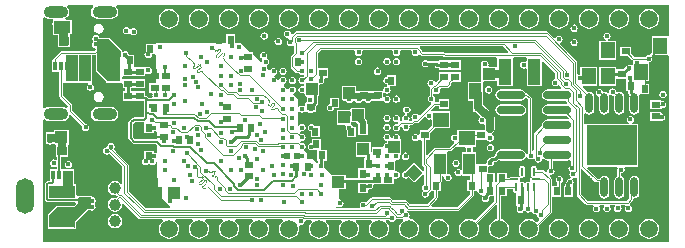
<source format=gbl>
G04*
G04 #@! TF.GenerationSoftware,Altium Limited,Altium Designer,20.2.6 (244)*
G04*
G04 Layer_Physical_Order=6*
G04 Layer_Color=16750848*
%FSLAX25Y25*%
%MOIN*%
G70*
G04*
G04 #@! TF.SameCoordinates,CD837568-38DE-450B-9098-1122AA740EA9*
G04*
G04*
G04 #@! TF.FilePolarity,Positive*
G04*
G01*
G75*
%ADD11C,0.01000*%
%ADD13C,0.00500*%
%ADD19R,0.02756X0.02362*%
%ADD33C,0.05906*%
%ADD34R,0.05906X0.05906*%
%ADD35O,0.05906X0.11811*%
%ADD36C,0.03937*%
%ADD37O,0.07874X0.06890*%
%ADD38O,0.08268X0.03937*%
%ADD39C,0.01968*%
%ADD40C,0.01200*%
%ADD41C,0.00400*%
%ADD42C,0.02000*%
%ADD43C,0.00800*%
%ADD51C,0.01600*%
%ADD64R,0.03937X0.03937*%
%ADD65R,0.02362X0.02756*%
%ADD66R,0.04331X0.08661*%
%ADD67R,0.04724X0.05512*%
%ADD68R,0.08661X0.04331*%
%ADD69R,0.03937X0.03937*%
%ADD70R,0.01181X0.03150*%
%ADD71O,0.00984X0.03150*%
%ADD72O,0.03150X0.00984*%
%ADD73O,0.09449X0.02992*%
%ADD74O,0.02362X0.06693*%
%ADD75R,0.16929X0.13386*%
%ADD76R,0.05512X0.04724*%
%ADD77R,0.04331X0.05512*%
%ADD78P,0.05568X4X360.0*%
%ADD79R,0.01968X0.02047*%
%ADD80R,0.03937X0.07087*%
%ADD81C,0.02500*%
%ADD82R,0.02900X0.03100*%
%ADD83R,0.12400X0.02449*%
%ADD84R,0.03000X0.04400*%
%ADD85R,0.03200X0.07000*%
%ADD86R,0.04400X0.08600*%
G36*
X624200Y346977D02*
X623948Y346582D01*
X623700Y346582D01*
X618424D01*
Y341189D01*
X617608Y340373D01*
X617353Y340423D01*
X616885Y340330D01*
X616488Y340065D01*
X616344Y339849D01*
X612597D01*
X611478Y340969D01*
Y343213D01*
X607922D01*
Y340050D01*
X610560D01*
X611869Y338741D01*
X612037Y338671D01*
X612244Y338421D01*
X612124Y337920D01*
X612124D01*
Y337193D01*
X611624Y336926D01*
X611468Y337030D01*
X611000Y337123D01*
X610532Y337030D01*
X610135Y336765D01*
X610054Y336644D01*
X609999Y336633D01*
X609702Y336434D01*
X608880Y335613D01*
X606622D01*
X606448Y336040D01*
Y336420D01*
X600924D01*
Y330109D01*
X606448D01*
Y332023D01*
X606622Y332450D01*
X609921D01*
X609987Y331978D01*
X609987Y331978D01*
X609987Y331978D01*
Y328422D01*
X610651D01*
Y327657D01*
X610721Y327306D01*
X610920Y327008D01*
X611070Y326857D01*
X610988Y326442D01*
Y322111D01*
X611111Y321494D01*
X611460Y320971D01*
X611983Y320622D01*
X612600Y320499D01*
X613217Y320622D01*
X613740Y320971D01*
X614089Y321494D01*
X614212Y322111D01*
Y326442D01*
X614108Y326964D01*
X614401Y327255D01*
X614508Y327322D01*
X617613D01*
Y330878D01*
X616681D01*
Y331609D01*
X617649D01*
X617649Y337920D01*
X618029Y338208D01*
X618219Y338335D01*
X618484Y338732D01*
X618577Y339200D01*
X618526Y339455D01*
X619342Y340270D01*
X623700D01*
X623948Y340270D01*
X624200Y339874D01*
Y278041D01*
X415541D01*
Y318727D01*
X416041Y318962D01*
X416641Y318561D01*
X417565Y318377D01*
X421896D01*
X422820Y318561D01*
X423604Y319085D01*
X424127Y319868D01*
X424203Y320252D01*
X424746Y320416D01*
X428597Y316566D01*
X428546Y316311D01*
X428639Y315843D01*
X428904Y315446D01*
X429302Y315181D01*
X429770Y315088D01*
X430238Y315181D01*
X430635Y315446D01*
X430900Y315843D01*
X430993Y316311D01*
X430900Y316779D01*
X430635Y317176D01*
X430238Y317442D01*
X429770Y317535D01*
X429515Y317484D01*
X425049Y321950D01*
Y323800D01*
X424859Y324259D01*
X422165Y326953D01*
Y331069D01*
X422665Y331264D01*
X422900Y331167D01*
X427300D01*
X427305Y331169D01*
X430439D01*
X430591Y330669D01*
X430435Y330565D01*
X430170Y330168D01*
X430077Y329700D01*
X430170Y329232D01*
X430435Y328835D01*
X430832Y328570D01*
X431300Y328477D01*
X431768Y328570D01*
X432165Y328835D01*
X432430Y329232D01*
X432523Y329700D01*
X432430Y330168D01*
X432165Y330565D01*
X431977Y330691D01*
X431924Y331169D01*
X431924Y331282D01*
Y340451D01*
X432850D01*
X433136Y340259D01*
Y335131D01*
X433263Y334825D01*
X436356Y331731D01*
X436676Y331396D01*
Y331396D01*
X436676D01*
X436676Y331169D01*
X437100Y331167D01*
X437105Y331169D01*
X437176Y331169D01*
X441649D01*
X441806Y331169D01*
X442149Y330811D01*
Y329313D01*
X443009D01*
Y328313D01*
X442149D01*
Y325150D01*
X445704D01*
Y325150D01*
X445949D01*
Y325150D01*
X448429D01*
X448508Y325135D01*
X449103D01*
Y322737D01*
X449103Y322737D01*
X449132Y322587D01*
Y319786D01*
X448962Y319616D01*
X445700D01*
X445388Y319554D01*
X445123Y319377D01*
X445123Y319377D01*
X444223Y318477D01*
X444046Y318212D01*
X443984Y317900D01*
X443984Y317900D01*
Y312700D01*
X443984Y312700D01*
X444046Y312388D01*
X444223Y312123D01*
X445423Y310923D01*
X445423Y310923D01*
X445688Y310746D01*
X446000Y310684D01*
X446000Y310684D01*
X453062D01*
X453539Y310208D01*
X453560Y308036D01*
X453063Y307767D01*
X452968Y307830D01*
X452500Y307924D01*
X452450Y307965D01*
Y308478D01*
X449287D01*
Y306101D01*
X448935Y305865D01*
X448670Y305468D01*
X448576Y305000D01*
X448670Y304532D01*
X448935Y304135D01*
X449332Y303870D01*
X449800Y303777D01*
X450268Y303870D01*
X450459Y303997D01*
X451035Y304035D01*
X451432Y303770D01*
X451900Y303677D01*
X452368Y303770D01*
X452765Y304035D01*
X453030Y304432D01*
X453093Y304746D01*
X453593Y304699D01*
X453700Y293900D01*
X457789Y289811D01*
X457597Y289349D01*
X449769D01*
X447494Y291625D01*
X444049Y295069D01*
Y303731D01*
X443859Y304191D01*
X440959Y307091D01*
X439901Y308148D01*
X439901Y308148D01*
X439058Y308992D01*
X439295Y309347D01*
X439389Y309815D01*
X439295Y310283D01*
X439030Y310680D01*
X438633Y310945D01*
X438165Y311038D01*
X437697Y310945D01*
X437300Y310680D01*
X437035Y310283D01*
X436941Y309815D01*
X436480Y309571D01*
X436282Y309531D01*
X435886Y309266D01*
X435620Y308869D01*
X435527Y308401D01*
X435620Y307932D01*
X435886Y307536D01*
X436282Y307270D01*
X436751Y307177D01*
X437219Y307270D01*
X437574Y307508D01*
X438183Y306899D01*
X438183Y306899D01*
X440041Y305041D01*
X441951Y303131D01*
Y297551D01*
X441451Y297400D01*
X441208Y297763D01*
X440424Y298287D01*
X439500Y298471D01*
X438576Y298287D01*
X437792Y297763D01*
X437269Y296980D01*
X437085Y296056D01*
X437269Y295132D01*
X437792Y294348D01*
X438576Y293825D01*
X439500Y293641D01*
X439950Y293730D01*
X440186Y293495D01*
X440194Y293475D01*
X440369Y293300D01*
X440194Y293125D01*
X440186Y293105D01*
X439950Y292869D01*
X439500Y292959D01*
X438576Y292775D01*
X437792Y292252D01*
X437269Y291468D01*
X437085Y290544D01*
X437269Y289620D01*
X437792Y288837D01*
X438576Y288313D01*
X439500Y288129D01*
X440424Y288313D01*
X441208Y288837D01*
X441731Y289620D01*
X441915Y290544D01*
X441906Y290587D01*
X442367Y290833D01*
X447359Y285841D01*
X447819Y285651D01*
X455277D01*
X455447Y285151D01*
X455109Y284891D01*
X454571Y284191D01*
X454234Y283375D01*
X454118Y282500D01*
X454234Y281625D01*
X454571Y280809D01*
X455109Y280109D01*
X455809Y279571D01*
X456625Y279234D01*
X457500Y279118D01*
X458375Y279234D01*
X459191Y279571D01*
X459891Y280109D01*
X460429Y280809D01*
X460766Y281625D01*
X460882Y282500D01*
X460766Y283375D01*
X460429Y284191D01*
X459891Y284891D01*
X459553Y285151D01*
X459723Y285651D01*
X465277D01*
X465447Y285151D01*
X465109Y284891D01*
X464571Y284191D01*
X464234Y283375D01*
X464118Y282500D01*
X464234Y281625D01*
X464571Y280809D01*
X465109Y280109D01*
X465809Y279571D01*
X466625Y279234D01*
X467500Y279118D01*
X468375Y279234D01*
X469191Y279571D01*
X469891Y280109D01*
X470429Y280809D01*
X470766Y281625D01*
X470882Y282500D01*
X470766Y283375D01*
X470429Y284191D01*
X469891Y284891D01*
X469553Y285151D01*
X469723Y285651D01*
X475277D01*
X475447Y285151D01*
X475109Y284891D01*
X474571Y284191D01*
X474234Y283375D01*
X474118Y282500D01*
X474234Y281625D01*
X474571Y280809D01*
X475109Y280109D01*
X475809Y279571D01*
X476625Y279234D01*
X477500Y279118D01*
X478375Y279234D01*
X479191Y279571D01*
X479891Y280109D01*
X480429Y280809D01*
X480766Y281625D01*
X480882Y282500D01*
X480766Y283375D01*
X480429Y284191D01*
X479891Y284891D01*
X479553Y285151D01*
X479723Y285651D01*
X485277D01*
X485447Y285151D01*
X485109Y284891D01*
X484571Y284191D01*
X484234Y283375D01*
X484118Y282500D01*
X484234Y281625D01*
X484571Y280809D01*
X485109Y280109D01*
X485809Y279571D01*
X486625Y279234D01*
X487500Y279118D01*
X488375Y279234D01*
X489191Y279571D01*
X489891Y280109D01*
X490429Y280809D01*
X490766Y281625D01*
X490882Y282500D01*
X490766Y283375D01*
X490429Y284191D01*
X489891Y284891D01*
X489553Y285151D01*
X489723Y285651D01*
X495277D01*
X495447Y285151D01*
X495109Y284891D01*
X494571Y284191D01*
X494234Y283375D01*
X494118Y282500D01*
X494234Y281625D01*
X494571Y280809D01*
X495109Y280109D01*
X495809Y279571D01*
X496625Y279234D01*
X497500Y279118D01*
X498375Y279234D01*
X499191Y279571D01*
X499891Y280109D01*
X500429Y280809D01*
X500766Y281625D01*
X500882Y282500D01*
X500770Y283351D01*
X500849Y283478D01*
X501154Y283745D01*
X501500Y283677D01*
X501968Y283770D01*
X502365Y284035D01*
X502630Y284432D01*
X502724Y284900D01*
X502723Y284903D01*
X503133Y285403D01*
X504998D01*
X505159Y284930D01*
X505109Y284891D01*
X504571Y284191D01*
X504234Y283375D01*
X504118Y282500D01*
X504234Y281625D01*
X504571Y280809D01*
X505109Y280109D01*
X505809Y279571D01*
X506625Y279234D01*
X507500Y279118D01*
X508375Y279234D01*
X509191Y279571D01*
X509891Y280109D01*
X510429Y280809D01*
X510766Y281625D01*
X510882Y282500D01*
X510766Y283375D01*
X510429Y284191D01*
X509891Y284891D01*
X509841Y284930D01*
X510002Y285403D01*
X514998D01*
X515159Y284930D01*
X515109Y284891D01*
X514571Y284191D01*
X514234Y283375D01*
X514118Y282500D01*
X514234Y281625D01*
X514571Y280809D01*
X515109Y280109D01*
X515809Y279571D01*
X516625Y279234D01*
X517500Y279118D01*
X518375Y279234D01*
X519191Y279571D01*
X519891Y280109D01*
X520429Y280809D01*
X520766Y281625D01*
X520882Y282500D01*
X520766Y283375D01*
X520429Y284191D01*
X519891Y284891D01*
X519841Y284930D01*
X520002Y285403D01*
X524998D01*
X525159Y284930D01*
X525109Y284891D01*
X524571Y284191D01*
X524234Y283375D01*
X524118Y282500D01*
X524234Y281625D01*
X524571Y280809D01*
X525109Y280109D01*
X525809Y279571D01*
X526625Y279234D01*
X527500Y279118D01*
X528375Y279234D01*
X529191Y279571D01*
X529891Y280109D01*
X530429Y280809D01*
X530766Y281625D01*
X530882Y282500D01*
X530766Y283375D01*
X530429Y284191D01*
X529891Y284891D01*
X529841Y284930D01*
X530002Y285403D01*
X530837D01*
X531001Y285157D01*
X531398Y284892D01*
X531866Y284799D01*
X532334Y284892D01*
X532731Y285157D01*
X532997Y285554D01*
X533030Y285722D01*
X533334Y285885D01*
X535266D01*
X535268Y285886D01*
X535517Y285791D01*
X535544Y285702D01*
X535477Y285174D01*
X535109Y284891D01*
X534571Y284191D01*
X534234Y283375D01*
X534118Y282500D01*
X534234Y281625D01*
X534571Y280809D01*
X535109Y280109D01*
X535809Y279571D01*
X536625Y279234D01*
X537500Y279118D01*
X538375Y279234D01*
X539191Y279571D01*
X539891Y280109D01*
X540429Y280809D01*
X540766Y281625D01*
X540882Y282500D01*
X540766Y283375D01*
X540429Y284191D01*
X539891Y284891D01*
X539191Y285429D01*
X538375Y285766D01*
X537819Y285840D01*
X537576Y286376D01*
X537620Y286442D01*
X537713Y286910D01*
X537620Y287378D01*
X537355Y287775D01*
X536958Y288040D01*
X536923Y288047D01*
X536705Y288395D01*
X537096Y288594D01*
X537200Y288551D01*
X553800D01*
X554259Y288741D01*
X558928Y293409D01*
X559118Y293868D01*
Y295022D01*
X559790D01*
X560050Y295022D01*
X560365Y294653D01*
X560370Y294632D01*
X560635Y294235D01*
X561032Y293970D01*
X561500Y293877D01*
X561762Y293929D01*
X561829Y293878D01*
X562143Y293517D01*
X561878Y293120D01*
X561785Y292652D01*
X561878Y292184D01*
X562143Y291787D01*
X562540Y291522D01*
X563008Y291428D01*
X563477Y291522D01*
X563873Y291787D01*
X564139Y292184D01*
X564232Y292652D01*
X564172Y292954D01*
X564443Y293351D01*
X564538Y293422D01*
X565751D01*
Y291669D01*
X559372Y285290D01*
X559191Y285429D01*
X558375Y285766D01*
X557500Y285882D01*
X556625Y285766D01*
X555809Y285429D01*
X555109Y284891D01*
X554571Y284191D01*
X554234Y283375D01*
X554118Y282500D01*
X554234Y281625D01*
X554571Y280809D01*
X555109Y280109D01*
X555809Y279571D01*
X556625Y279234D01*
X557500Y279118D01*
X558375Y279234D01*
X559191Y279571D01*
X559891Y280109D01*
X560429Y280809D01*
X560766Y281625D01*
X560882Y282500D01*
X560766Y283375D01*
X560429Y284191D01*
X560290Y284371D01*
X566389Y290470D01*
X566851Y290279D01*
Y285796D01*
X566625Y285766D01*
X565809Y285429D01*
X565109Y284891D01*
X564571Y284191D01*
X564234Y283375D01*
X564118Y282500D01*
X564234Y281625D01*
X564571Y280809D01*
X565109Y280109D01*
X565809Y279571D01*
X566625Y279234D01*
X567500Y279118D01*
X568375Y279234D01*
X569191Y279571D01*
X569891Y280109D01*
X570429Y280809D01*
X570766Y281625D01*
X570882Y282500D01*
X570766Y283375D01*
X570429Y284191D01*
X569891Y284891D01*
X569191Y285429D01*
X568375Y285766D01*
X568149Y285796D01*
Y293422D01*
X570050D01*
Y295593D01*
X572338D01*
Y295160D01*
X572407Y294812D01*
X572604Y294517D01*
X572899Y294320D01*
X573162Y294267D01*
X573187Y293778D01*
X573187Y293767D01*
Y290222D01*
X573425D01*
X573447Y290198D01*
X573646Y289722D01*
X573483Y289477D01*
X573389Y289009D01*
X573483Y288541D01*
X573748Y288144D01*
X574145Y287878D01*
X574613Y287785D01*
X575081Y287878D01*
X575478Y288144D01*
X575646Y288395D01*
X576128Y288438D01*
X576215Y288415D01*
X576335Y288235D01*
X576732Y287970D01*
X577200Y287877D01*
X577668Y287970D01*
X578025Y288208D01*
X578259Y288173D01*
X578561Y288076D01*
X578570Y288032D01*
X578835Y287635D01*
X579232Y287370D01*
X579700Y287277D01*
X579768Y287290D01*
X580232Y287103D01*
X580276Y286920D01*
X580333Y286632D01*
X580598Y286235D01*
X580811Y286093D01*
X580935Y285510D01*
X580290Y284865D01*
X579891Y284891D01*
X579191Y285429D01*
X578375Y285766D01*
X577500Y285882D01*
X576625Y285766D01*
X575809Y285429D01*
X575109Y284891D01*
X574571Y284191D01*
X574234Y283375D01*
X574118Y282500D01*
X574234Y281625D01*
X574571Y280809D01*
X575109Y280109D01*
X575809Y279571D01*
X576625Y279234D01*
X577500Y279118D01*
X578375Y279234D01*
X579191Y279571D01*
X579891Y280109D01*
X580429Y280809D01*
X580766Y281625D01*
X580882Y282500D01*
X580766Y283375D01*
X580729Y283467D01*
X584959Y287697D01*
X585149Y288157D01*
Y292622D01*
X585150Y293122D01*
X585649Y293122D01*
X588313D01*
Y296678D01*
X588249D01*
Y297891D01*
X588465Y298035D01*
X588730Y298432D01*
X588824Y298900D01*
X588730Y299368D01*
X588465Y299765D01*
X588068Y300030D01*
X587600Y300124D01*
X587132Y300030D01*
X586735Y299765D01*
X586470Y299368D01*
X586376Y298900D01*
X586470Y298432D01*
X586735Y298035D01*
X586951Y297891D01*
Y296678D01*
X585150Y296678D01*
X585149Y297178D01*
Y298997D01*
X584959Y299456D01*
X584362Y300054D01*
X584608Y300515D01*
X584800Y300477D01*
X585268Y300570D01*
X585665Y300835D01*
X585930Y301232D01*
X586024Y301700D01*
X585930Y302168D01*
X585665Y302565D01*
X585449Y302709D01*
Y305167D01*
X590216D01*
X590956Y305314D01*
X591162Y305452D01*
X591662Y305185D01*
Y303776D01*
X591432Y303730D01*
X591035Y303465D01*
X590770Y303068D01*
X590676Y302600D01*
X590770Y302132D01*
X591035Y301735D01*
X591098Y301111D01*
X591070Y301068D01*
X590976Y300600D01*
X591070Y300132D01*
X591335Y299735D01*
X591395Y299694D01*
X591200Y299223D01*
X591200Y299223D01*
X590732Y299130D01*
X590335Y298865D01*
X590070Y298468D01*
X590031Y298273D01*
X589948Y298189D01*
X589726Y297859D01*
X589649Y297468D01*
Y296678D01*
X589087D01*
Y293122D01*
X592250D01*
Y296678D01*
X592250D01*
X592108Y297119D01*
X592094Y297178D01*
X592330Y297532D01*
X592423Y298000D01*
X592330Y298468D01*
X592065Y298865D01*
X592005Y298905D01*
X592200Y299377D01*
X592200Y299377D01*
X592668Y299470D01*
X592951Y299658D01*
X593347Y299517D01*
X593451Y299437D01*
Y293900D01*
X593641Y293441D01*
X596341Y290741D01*
X596800Y290551D01*
X598961D01*
X599108Y290140D01*
X599125Y290051D01*
X598870Y289668D01*
X598776Y289200D01*
X598870Y288732D01*
X599135Y288335D01*
X599532Y288070D01*
X600000Y287977D01*
X600468Y288070D01*
X600865Y288335D01*
X601130Y288732D01*
X601224Y289200D01*
X601130Y289668D01*
X600875Y290051D01*
X600892Y290140D01*
X601039Y290551D01*
X602552D01*
X602703Y290051D01*
X602633Y290004D01*
X602368Y289607D01*
X602275Y289138D01*
X602368Y288670D01*
X602633Y288273D01*
X603030Y288008D01*
X603498Y287915D01*
X603967Y288008D01*
X604363Y288273D01*
X604629Y288670D01*
X604722Y289138D01*
X604629Y289607D01*
X604363Y290004D01*
X604293Y290051D01*
X604445Y290551D01*
X606017D01*
X606147Y290338D01*
X606229Y290051D01*
X606012Y289726D01*
X605919Y289258D01*
X606012Y288790D01*
X606278Y288393D01*
X606674Y288127D01*
X607143Y288034D01*
X607611Y288127D01*
X608008Y288393D01*
X608273Y288790D01*
X608366Y289258D01*
X608273Y289726D01*
X608056Y290051D01*
X608139Y290338D01*
X608268Y290551D01*
X609467D01*
X609580Y290389D01*
X609689Y290051D01*
X609486Y289747D01*
X609393Y289279D01*
X609486Y288811D01*
X609751Y288414D01*
X610148Y288149D01*
X610616Y288055D01*
X611085Y288149D01*
X611482Y288414D01*
X611747Y288811D01*
X611840Y289279D01*
X611747Y289747D01*
X611482Y290144D01*
X611154Y290363D01*
X611062Y290711D01*
X611045Y290927D01*
X612036Y291918D01*
X612227Y292377D01*
X612465Y292573D01*
X612600Y292546D01*
X613217Y292669D01*
X613740Y293018D01*
X614089Y293541D01*
X614212Y294158D01*
Y298489D01*
X614089Y299106D01*
X613740Y299629D01*
X613217Y299978D01*
X612600Y300101D01*
X611983Y299978D01*
X611460Y299629D01*
X611111Y299106D01*
X610988Y298489D01*
Y296146D01*
X610928Y296001D01*
Y292646D01*
X610131Y291849D01*
X597069D01*
X594749Y294169D01*
Y302319D01*
X595249Y302526D01*
X599660Y298116D01*
X600119Y297926D01*
X600725D01*
X600988Y297662D01*
Y294158D01*
X601111Y293541D01*
X601460Y293018D01*
X601983Y292669D01*
X602600Y292546D01*
X603217Y292669D01*
X603740Y293018D01*
X604089Y293541D01*
X604212Y294158D01*
Y298489D01*
X604089Y299106D01*
X603740Y299629D01*
X603217Y299978D01*
X602600Y300101D01*
X601983Y299978D01*
X601460Y299629D01*
X601147Y299161D01*
X600994Y299224D01*
X600388D01*
X596867Y302745D01*
X597059Y303207D01*
X606828D01*
X607096Y302707D01*
X607070Y302668D01*
X606977Y302200D01*
X607049Y301837D01*
X606951Y301600D01*
Y299957D01*
X606460Y299629D01*
X606111Y299106D01*
X605988Y298489D01*
Y294158D01*
X606111Y293541D01*
X606460Y293018D01*
X606983Y292669D01*
X607600Y292546D01*
X608217Y292669D01*
X608740Y293018D01*
X609089Y293541D01*
X609212Y294158D01*
Y298489D01*
X609089Y299106D01*
X608740Y299629D01*
X608249Y299957D01*
Y300986D01*
X608668Y301070D01*
X609065Y301335D01*
X609330Y301732D01*
X609423Y302200D01*
X609330Y302668D01*
X609304Y302707D01*
X609572Y303207D01*
X613965D01*
Y317393D01*
X612098D01*
X611798Y317857D01*
X611803Y317893D01*
X612165Y318135D01*
X612430Y318532D01*
X612524Y319000D01*
X612430Y319468D01*
X612165Y319865D01*
X611768Y320130D01*
X611300Y320223D01*
X610832Y320130D01*
X610435Y319865D01*
X610170Y319468D01*
X610077Y319000D01*
X610170Y318532D01*
X610435Y318135D01*
X610797Y317893D01*
X610802Y317857D01*
X610502Y317393D01*
X596236D01*
X595985Y317789D01*
Y320782D01*
X596346Y320926D01*
X596485Y320955D01*
X596983Y320622D01*
X597600Y320499D01*
X598217Y320622D01*
X598740Y320971D01*
X599089Y321494D01*
X599212Y322111D01*
Y326442D01*
X599089Y327059D01*
X598740Y327582D01*
X598217Y327931D01*
X597600Y328054D01*
X597021Y327939D01*
X595314Y329647D01*
X595505Y330109D01*
X600149D01*
Y336420D01*
X594624D01*
Y333926D01*
X594500Y333823D01*
X594149Y333754D01*
X593649Y334031D01*
Y338008D01*
X593459Y338467D01*
X587917Y344009D01*
X587966Y344351D01*
X588057Y344577D01*
X588390Y344799D01*
X588655Y345197D01*
X588749Y345665D01*
X588655Y346133D01*
X588390Y346530D01*
X587993Y346795D01*
X587525Y346888D01*
X587057Y346795D01*
X586660Y346530D01*
X586437Y346196D01*
X586211Y346106D01*
X585870Y346056D01*
X583859Y348067D01*
X583400Y348257D01*
X499890D01*
X499431Y348067D01*
X498706Y347342D01*
X498584Y347357D01*
X498196Y347539D01*
X498130Y347868D01*
X497865Y348265D01*
X497468Y348530D01*
X497000Y348623D01*
X496532Y348530D01*
X496135Y348265D01*
X495870Y347868D01*
X495777Y347400D01*
X495870Y346932D01*
X496135Y346535D01*
X496532Y346270D01*
X497000Y346177D01*
X497024Y346181D01*
X497199Y346110D01*
X497486Y345763D01*
X497472Y345691D01*
X497135Y345465D01*
X496870Y345068D01*
X496776Y344600D01*
X496870Y344132D01*
X497135Y343735D01*
X497532Y343470D01*
X498000Y343376D01*
X498468Y343470D01*
X498725Y343641D01*
X499178Y343461D01*
X499225Y343420D01*
Y341214D01*
X498218Y340207D01*
X498028Y339747D01*
Y336598D01*
X498218Y336138D01*
X499793Y334564D01*
X500252Y334373D01*
X500817D01*
X500962Y334158D01*
X501359Y333892D01*
X501827Y333799D01*
X502202Y333874D01*
X502428Y333608D01*
X502497Y333462D01*
X502104Y333068D01*
X501827Y333123D01*
X501359Y333030D01*
X500962Y332765D01*
X500696Y332368D01*
X500603Y331900D01*
X500696Y331432D01*
X500962Y331035D01*
X501359Y330770D01*
X501827Y330677D01*
X502290Y330769D01*
X502307Y330763D01*
X502736Y330526D01*
Y330240D01*
X502306Y329943D01*
X501900Y330024D01*
X501432Y329930D01*
X501035Y329665D01*
X500770Y329268D01*
X500676Y328800D01*
X500770Y328332D01*
X501035Y327935D01*
X501432Y327670D01*
X501900Y327576D01*
X502368Y327670D01*
X502382Y327679D01*
X502882Y327412D01*
Y326631D01*
X503311D01*
X503578Y326132D01*
X503468Y325966D01*
X503374Y325498D01*
X503464Y325050D01*
X503466Y325027D01*
X503187Y324550D01*
X502922D01*
Y323737D01*
X502422Y323470D01*
X502295Y323555D01*
X501827Y323648D01*
X501359Y323555D01*
X500962Y323290D01*
X500900Y323197D01*
X500400Y323349D01*
Y325585D01*
X498942Y327043D01*
X499106Y327586D01*
X499145Y327593D01*
X499542Y327858D01*
X499808Y328255D01*
X499901Y328724D01*
X499808Y329192D01*
X499542Y329589D01*
X499145Y329854D01*
X498677Y329947D01*
X498209Y329854D01*
X497812Y329589D01*
X497547Y329192D01*
X497539Y329153D01*
X496996Y328988D01*
X495770Y330215D01*
X495934Y330757D01*
X495996Y330770D01*
X496393Y331035D01*
X496658Y331432D01*
X496751Y331900D01*
X496658Y332368D01*
X496393Y332765D01*
X495996Y333030D01*
X495528Y333123D01*
X495059Y333030D01*
X494662Y332765D01*
X494397Y332368D01*
X494385Y332307D01*
X493843Y332142D01*
X493290Y332695D01*
X493243Y332765D01*
X493172Y332812D01*
X492643Y333342D01*
X492807Y333885D01*
X492846Y333892D01*
X493243Y334158D01*
X493508Y334555D01*
X493602Y335023D01*
X493508Y335491D01*
X493243Y335888D01*
X492846Y336153D01*
X492378Y336246D01*
X491910Y336153D01*
X491513Y335888D01*
X491248Y335491D01*
X491240Y335452D01*
X490697Y335287D01*
X490301Y335684D01*
X490323Y335800D01*
X490230Y336268D01*
X490077Y336497D01*
X490207Y336994D01*
X490256Y337061D01*
X490615Y337300D01*
X490880Y337697D01*
X490973Y338165D01*
X490880Y338634D01*
X490615Y339031D01*
X490337Y339216D01*
X490217Y339305D01*
X490180Y339813D01*
X490230Y339888D01*
X490323Y340356D01*
X490230Y340824D01*
X489965Y341221D01*
X489568Y341486D01*
X489100Y341580D01*
X488632Y341486D01*
X488235Y341221D01*
X487970Y340824D01*
X487877Y340356D01*
X487970Y339888D01*
X488235Y339491D01*
X488512Y339305D01*
X488632Y339217D01*
X488669Y338708D01*
X488619Y338634D01*
X488526Y338165D01*
X488065Y337920D01*
X485478Y340507D01*
Y341350D01*
X484635D01*
X481485Y344500D01*
X479650D01*
Y347278D01*
X476487D01*
Y344500D01*
X453200Y344500D01*
X452703Y344178D01*
X449687D01*
Y341441D01*
X449442Y341074D01*
X449349Y340606D01*
X449442Y340138D01*
X449707Y339741D01*
X450104Y339475D01*
X450572Y339382D01*
X451041Y339475D01*
X451437Y339741D01*
X451703Y340138D01*
X451796Y340606D01*
X451809Y340622D01*
X452738D01*
X452850Y340622D01*
X453241Y340360D01*
X453331Y331274D01*
X452979Y330918D01*
X450991D01*
Y327756D01*
X451729D01*
X452037Y327256D01*
X451981Y326973D01*
X452037Y326689D01*
X451730Y326189D01*
X450863D01*
X450525Y326527D01*
X450260Y326704D01*
X449948Y326766D01*
X449505Y326904D01*
Y328313D01*
X445949D01*
Y328313D01*
X445704D01*
Y328313D01*
X444844D01*
Y329313D01*
X445704D01*
Y329313D01*
X445949D01*
Y329313D01*
X449505D01*
Y330695D01*
X449544Y330894D01*
X449505Y331094D01*
Y332476D01*
X445949D01*
Y332476D01*
X445704D01*
Y332476D01*
X442306D01*
X442149Y332476D01*
X441806Y332834D01*
Y332892D01*
X442149Y333250D01*
X445704D01*
Y333250D01*
X445949D01*
Y333250D01*
X449505D01*
Y334005D01*
X450004Y334273D01*
X450107Y334204D01*
X450575Y334111D01*
X451043Y334204D01*
X451440Y334470D01*
X451705Y334867D01*
X451798Y335335D01*
X451705Y335803D01*
X451440Y336200D01*
X451043Y336465D01*
X450575Y336558D01*
X450107Y336465D01*
X450004Y336397D01*
X449505Y336413D01*
X449505Y336413D01*
X449504Y336413D01*
X446231D01*
X446013Y336822D01*
X446013Y336886D01*
Y340378D01*
X444573D01*
X444083Y340471D01*
X443990Y340939D01*
X443725Y341336D01*
X443328Y341601D01*
X442860Y341694D01*
X442392Y341601D01*
X442333Y341562D01*
X441839Y341797D01*
X441823Y341823D01*
X441706Y342106D01*
X437918Y345894D01*
Y346168D01*
X434350D01*
X434330Y346268D01*
X434065Y346665D01*
X433668Y346930D01*
X433200Y347024D01*
X432732Y346930D01*
X432335Y346665D01*
X432070Y346268D01*
X431977Y345800D01*
X432070Y345332D01*
X432335Y344935D01*
X432066Y344513D01*
X431970Y344368D01*
X431877Y343900D01*
X431970Y343432D01*
X432235Y343035D01*
X432632Y342770D01*
X432872Y342722D01*
X433021Y342190D01*
X432581Y341749D01*
X421600D01*
X421141Y341559D01*
X419088Y339507D01*
X418898Y339047D01*
Y338661D01*
X418557D01*
Y334711D01*
X420866D01*
Y326684D01*
X421057Y326225D01*
X423751Y323531D01*
Y323003D01*
X423251Y322736D01*
X422820Y323023D01*
X421896Y323207D01*
X417565D01*
X416641Y323023D01*
X416041Y322622D01*
X415541Y322857D01*
Y352743D01*
X416041Y352978D01*
X416641Y352577D01*
X417565Y352393D01*
X418727D01*
X418947Y351893D01*
X418867Y351700D01*
Y351562D01*
X418718Y351339D01*
X418625Y350871D01*
X418718Y350403D01*
X418867Y350180D01*
Y347400D01*
X418994Y347094D01*
X419300Y346967D01*
X420467D01*
X420467Y343400D01*
X420525Y343260D01*
Y342939D01*
X424475D01*
Y346889D01*
X424433D01*
Y347431D01*
X425019D01*
Y352168D01*
X423109D01*
X422957Y352668D01*
X423604Y353100D01*
X424127Y353884D01*
X424311Y354808D01*
X424127Y355732D01*
X423641Y356459D01*
X423772Y356959D01*
X432028D01*
X432159Y356459D01*
X431673Y355732D01*
X431489Y354808D01*
X431673Y353884D01*
X432196Y353100D01*
X432980Y352577D01*
X433904Y352393D01*
X438235D01*
X439159Y352577D01*
X439942Y353100D01*
X440466Y353884D01*
X440650Y354808D01*
X440466Y355732D01*
X439980Y356459D01*
X440110Y356959D01*
X624200D01*
Y346977D01*
D02*
G37*
G36*
X424000Y347400D02*
Y343400D01*
X420900D01*
X420900Y347400D01*
X419300D01*
Y351700D01*
X424000D01*
Y347400D01*
D02*
G37*
G36*
X570669Y341411D02*
X570478Y340949D01*
X549781D01*
X549571Y341159D01*
X549112Y341349D01*
X542189D01*
X541711Y341828D01*
Y341863D01*
X541520Y342322D01*
X541092Y342751D01*
X541299Y343251D01*
X568830D01*
X570669Y341411D01*
D02*
G37*
G36*
X538448Y341573D02*
X538399Y341322D01*
X538492Y340854D01*
X538757Y340457D01*
X539154Y340192D01*
X539622Y340099D01*
X540090Y340192D01*
X540487Y340457D01*
X540507Y340487D01*
X541151Y340550D01*
X541461Y340241D01*
X541920Y340051D01*
X548843D01*
X549053Y339841D01*
X549512Y339651D01*
X566443D01*
X566894Y339531D01*
X566894Y339151D01*
Y336527D01*
X566418Y336469D01*
Y336469D01*
X564222D01*
X563941Y336915D01*
X563938Y336968D01*
X564023Y337400D01*
X563930Y337868D01*
X563665Y338265D01*
X563268Y338530D01*
X562800Y338623D01*
X562332Y338530D01*
X561935Y338265D01*
X561670Y337868D01*
X561577Y337400D01*
X561664Y336961D01*
X561681Y336469D01*
X561681Y336469D01*
X561681Y336469D01*
Y331956D01*
X561681Y331732D01*
X561295Y331456D01*
X557087D01*
Y325144D01*
X558817D01*
Y323110D01*
X558945Y322466D01*
X558987Y322403D01*
Y321322D01*
X559908D01*
X561098Y320132D01*
X561032Y319492D01*
X560968Y319449D01*
X560703Y319052D01*
X560609Y318584D01*
X560703Y318115D01*
X560968Y317718D01*
X561365Y317453D01*
X561833Y317360D01*
X562216Y317436D01*
X562539Y317267D01*
X562716Y317129D01*
Y315690D01*
X562726Y315636D01*
X562409Y315250D01*
X559991D01*
Y315349D01*
X553680D01*
Y314206D01*
X553509Y314070D01*
X553180Y313897D01*
X552800Y313972D01*
X552332Y313879D01*
X551935Y313614D01*
X551670Y313217D01*
X551577Y312749D01*
X551670Y312280D01*
X551935Y311883D01*
X552332Y311618D01*
X552418Y311601D01*
X552582Y311059D01*
X551073Y309549D01*
X546318D01*
X545859Y309359D01*
X543522Y307022D01*
X543060Y307213D01*
Y312150D01*
X544578D01*
Y314394D01*
X546077Y315894D01*
X546173Y316124D01*
X551330D01*
Y321648D01*
X545018D01*
Y321648D01*
X544844Y321652D01*
X544749Y322107D01*
X546024Y323382D01*
X547422D01*
Y322450D01*
X550978D01*
Y325613D01*
X547422D01*
Y324681D01*
X546297D01*
X546030Y325181D01*
X546130Y325332D01*
X546223Y325800D01*
X546130Y326268D01*
X545865Y326665D01*
X545657Y326804D01*
X545667Y327277D01*
X546149Y327535D01*
X546154Y327532D01*
X546622Y327439D01*
X547090Y327532D01*
X547487Y327797D01*
X547752Y328194D01*
X547846Y328662D01*
X547808Y328851D01*
X548150Y329335D01*
X548180Y329351D01*
X550082D01*
X550541Y329541D01*
X551411Y330411D01*
X551601Y330870D01*
Y331011D01*
X552141Y331550D01*
X554778D01*
Y334713D01*
X551478D01*
X551222Y334713D01*
Y334713D01*
X550978D01*
Y334713D01*
X547422D01*
Y332469D01*
X546421Y331468D01*
X545856Y331610D01*
X545685Y331865D01*
X545288Y332130D01*
X544820Y332224D01*
X544352Y332130D01*
X543955Y331865D01*
X543690Y331468D01*
X543597Y331000D01*
X543690Y330532D01*
X543955Y330135D01*
X544275Y329921D01*
X544382Y329743D01*
X544481Y329334D01*
X544351Y329020D01*
Y326809D01*
X544135Y326665D01*
X543870Y326268D01*
X543777Y325800D01*
X543870Y325332D01*
X544135Y324935D01*
X544532Y324670D01*
X544729Y324630D01*
X544893Y324088D01*
X541123Y320318D01*
X540517Y320419D01*
X540416Y320571D01*
X540019Y320836D01*
X539550Y320929D01*
X539082Y320836D01*
X538685Y320571D01*
X538420Y320174D01*
X538327Y319706D01*
X538420Y319237D01*
X538453Y319188D01*
X538646Y318792D01*
X538382Y318463D01*
X538353Y318434D01*
X537911Y318466D01*
X537620Y318893D01*
X537696Y319275D01*
X537603Y319743D01*
X537338Y320140D01*
X536953Y320397D01*
X536943Y320454D01*
X536967Y320910D01*
X537268Y320970D01*
X537665Y321235D01*
X537930Y321632D01*
X538024Y322100D01*
X537930Y322568D01*
X537665Y322965D01*
X537268Y323230D01*
X536800Y323323D01*
X536332Y323230D01*
X535935Y322965D01*
X535670Y322568D01*
X535576Y322100D01*
X535670Y321632D01*
X535935Y321235D01*
X536320Y320978D01*
X536329Y320921D01*
X536305Y320465D01*
X536004Y320405D01*
X535607Y320140D01*
X535342Y319743D01*
X535249Y319275D01*
X535328Y318876D01*
X535048Y318445D01*
X534788Y318408D01*
X534572Y318665D01*
X534460Y318843D01*
X534546Y319275D01*
X534453Y319743D01*
X534188Y320140D01*
X533791Y320405D01*
X533323Y320498D01*
X532855Y320405D01*
X532458Y320140D01*
X532193Y319743D01*
X532099Y319275D01*
X532193Y318807D01*
X532458Y318410D01*
X532855Y318144D01*
X533323Y318051D01*
X533698Y318126D01*
X533924Y317860D01*
X533993Y317713D01*
X533577Y317298D01*
X533323Y317349D01*
X532855Y317256D01*
X532458Y316990D01*
X532193Y316593D01*
X532099Y316125D01*
X532193Y315657D01*
X532458Y315260D01*
X532855Y314995D01*
X533323Y314902D01*
X533791Y314995D01*
X534188Y315260D01*
X534453Y315657D01*
X534546Y316125D01*
X534496Y316380D01*
X534854Y316738D01*
X535315Y316491D01*
X535277Y316300D01*
X535370Y315832D01*
X535635Y315435D01*
X536032Y315170D01*
X536500Y315076D01*
X536968Y315170D01*
X537365Y315435D01*
X537630Y315832D01*
X537723Y316300D01*
X537674Y316551D01*
X537997Y317051D01*
X538537D01*
X538997Y317241D01*
X539396Y317640D01*
X540114D01*
X540573Y317830D01*
X541281Y318538D01*
X541353Y318710D01*
X542512Y319870D01*
X543055Y319706D01*
X543070Y319632D01*
X543335Y319235D01*
X543732Y318970D01*
X544200Y318877D01*
X544518Y318940D01*
X545018Y318648D01*
Y316843D01*
X544969Y316724D01*
Y316622D01*
X543659Y315313D01*
X541022D01*
Y313940D01*
X540522Y313789D01*
X540487Y313841D01*
X540090Y314106D01*
X539622Y314199D01*
X539154Y314106D01*
X538757Y313841D01*
X538492Y313444D01*
X538399Y312976D01*
X538492Y312507D01*
X538757Y312110D01*
X539154Y311845D01*
X539622Y311752D01*
X540090Y311845D01*
X540487Y312110D01*
X540522Y312163D01*
X541022Y312150D01*
X541407Y312150D01*
X541761Y311797D01*
Y304189D01*
X541951Y303730D01*
X542485Y303195D01*
Y301972D01*
X542023Y301780D01*
X539227Y304577D01*
X536288Y301637D01*
X535958Y301572D01*
X535562Y301307D01*
X535296Y300910D01*
X535203Y300442D01*
X535296Y299973D01*
X535562Y299576D01*
X535958Y299311D01*
X536427Y299218D01*
X536895Y299311D01*
X537292Y299576D01*
X537507Y299598D01*
X539227Y297878D01*
X542023Y300674D01*
X542485Y300483D01*
Y297224D01*
X542270Y297080D01*
X542004Y296683D01*
X541911Y296215D01*
X542004Y295746D01*
X542128Y295562D01*
X542135Y294965D01*
X541870Y294568D01*
X541777Y294100D01*
X541870Y293632D01*
X542135Y293235D01*
X542532Y292970D01*
X543000Y292877D01*
X543468Y292970D01*
X543865Y293235D01*
X544130Y293632D01*
X544223Y294100D01*
X544173Y294354D01*
X544573Y294755D01*
X544950Y295022D01*
Y295022D01*
X544950Y295022D01*
X545882D01*
Y293200D01*
X543528Y290847D01*
X537825D01*
X536812Y291859D01*
X536353Y292049D01*
X532232D01*
X531522Y292759D01*
X531063Y292949D01*
X525171D01*
X524712Y292759D01*
X523196Y291244D01*
X523152Y291248D01*
X522755Y291513D01*
X522287Y291606D01*
X521819Y291513D01*
X521422Y291248D01*
X521157Y290851D01*
X521063Y290383D01*
X521157Y289915D01*
X521267Y289749D01*
X521000Y289249D01*
X513303D01*
X513111Y289711D01*
X513566Y290166D01*
X513608Y290162D01*
X514005Y289897D01*
X514473Y289804D01*
X514941Y289897D01*
X515338Y290162D01*
X515603Y290559D01*
X515696Y291027D01*
X515603Y291495D01*
X515338Y291892D01*
X514941Y292158D01*
X514473Y292251D01*
X514300Y292392D01*
Y295582D01*
X516368D01*
Y297604D01*
X520587D01*
Y294322D01*
X523750D01*
Y295233D01*
X524250Y295621D01*
X524362Y295599D01*
X524830Y295692D01*
X525227Y295957D01*
X525492Y296354D01*
X525586Y296822D01*
X525570Y296901D01*
X525887Y297287D01*
X528322D01*
X528778Y297287D01*
X529278Y297287D01*
X532378D01*
Y298964D01*
X532850Y299244D01*
X532878Y299242D01*
X533323Y299154D01*
X533791Y299247D01*
X534188Y299512D01*
X534453Y299909D01*
X534546Y300377D01*
X534453Y300845D01*
X534188Y301242D01*
X533791Y301507D01*
X533490Y301567D01*
X533323Y301601D01*
X533013Y302049D01*
Y304951D01*
X533224Y305315D01*
X533407Y305434D01*
X533746Y305501D01*
X534143Y305766D01*
X534408Y306163D01*
X534502Y306631D01*
X534442Y306931D01*
X534742Y307432D01*
X534819D01*
Y312169D01*
X534782D01*
X534485Y312668D01*
X534546Y312976D01*
X534453Y313444D01*
X534188Y313841D01*
X533791Y314106D01*
X533323Y314199D01*
X532855Y314106D01*
X532458Y313841D01*
X532193Y313444D01*
X532099Y312976D01*
X532107Y312936D01*
X531748Y312472D01*
X531389Y312936D01*
X531397Y312976D01*
X531304Y313444D01*
X531038Y313841D01*
X530641Y314106D01*
X530173Y314199D01*
X529705Y314106D01*
X529308Y313841D01*
X529043Y313444D01*
X528950Y312976D01*
X529043Y312507D01*
X529308Y312110D01*
X529705Y311845D01*
X530082Y311770D01*
Y311120D01*
X529700Y311044D01*
X529303Y310779D01*
X529038Y310382D01*
X529006Y310218D01*
X528820Y309888D01*
X528455Y309813D01*
X525222D01*
Y308221D01*
X524722Y307999D01*
X524718Y308002D01*
Y311268D01*
X519981D01*
Y306532D01*
X522900D01*
Y305978D01*
X522587D01*
Y302578D01*
X520587D01*
Y299440D01*
X516368D01*
Y300319D01*
X511781D01*
X509500Y302600D01*
X509272Y303028D01*
X509265Y303100D01*
X509349Y303527D01*
X509256Y303995D01*
X509158Y304142D01*
Y305222D01*
X510050D01*
Y308778D01*
X508694D01*
X508213Y308822D01*
X508213Y309278D01*
Y312378D01*
X505050D01*
Y311110D01*
X504976Y311050D01*
X504508Y310956D01*
X504111Y310691D01*
X503846Y310294D01*
X503753Y309826D01*
X503846Y309358D01*
X504111Y308961D01*
X504508Y308696D01*
X504976Y308602D01*
X505445Y308696D01*
X505634Y308822D01*
X506406D01*
X506887Y308778D01*
X506887Y308322D01*
Y305222D01*
X507323D01*
Y304434D01*
X507261Y304392D01*
X507218Y304328D01*
X506721Y304279D01*
X502579Y308421D01*
X502628Y308918D01*
X502692Y308961D01*
X502957Y309358D01*
X503050Y309826D01*
X502957Y310294D01*
X502692Y310691D01*
X502295Y310956D01*
X501827Y311050D01*
X501572Y310999D01*
X501157Y311414D01*
X501226Y311561D01*
X501452Y311827D01*
X501827Y311752D01*
X502295Y311845D01*
X502692Y312110D01*
X502957Y312507D01*
X503050Y312976D01*
X502957Y313444D01*
X502692Y313841D01*
X502295Y314106D01*
X501827Y314199D01*
X501572Y314148D01*
X501157Y314564D01*
X501226Y314711D01*
X501452Y314976D01*
X501827Y314902D01*
X502295Y314995D01*
X502692Y315260D01*
X502957Y315657D01*
X503050Y316125D01*
X502957Y316593D01*
X502692Y316990D01*
X502295Y317256D01*
X501827Y317349D01*
X501359Y317256D01*
X500962Y316990D01*
X500900Y316898D01*
X500400Y317050D01*
Y321500D01*
X500900Y321652D01*
X500962Y321559D01*
X501359Y321294D01*
X501827Y321201D01*
X502295Y321294D01*
X502425Y321381D01*
X502922Y321387D01*
X502922Y321387D01*
X502922Y321387D01*
X503934D01*
X503941Y321377D01*
X504338Y321112D01*
X504806Y321018D01*
X505274Y321112D01*
X505671Y321377D01*
X505678Y321387D01*
X506478D01*
Y323252D01*
X506947Y323721D01*
X507146Y324018D01*
X507215Y324370D01*
Y326631D01*
X507619D01*
Y330241D01*
X508119Y330651D01*
X508126Y330650D01*
X508594Y330743D01*
X508991Y331008D01*
X509256Y331405D01*
X509349Y331873D01*
X509274Y332250D01*
X509450Y332583D01*
X509585Y332750D01*
X510478D01*
Y335913D01*
X507201D01*
Y341053D01*
X508220Y342073D01*
X519227D01*
X519551Y341573D01*
X519501Y341322D01*
X519594Y340854D01*
X519859Y340457D01*
X520256Y340192D01*
X520724Y340099D01*
X521193Y340192D01*
X521590Y340457D01*
X521855Y340854D01*
X521948Y341322D01*
X521898Y341573D01*
X522222Y342073D01*
X531825D01*
X532149Y341573D01*
X532099Y341322D01*
X532193Y340854D01*
X532458Y340457D01*
X532855Y340192D01*
X533323Y340099D01*
X533791Y340192D01*
X534188Y340457D01*
X534453Y340854D01*
X534546Y341322D01*
X534496Y341573D01*
X534820Y342073D01*
X538125D01*
X538448Y341573D01*
D02*
G37*
G36*
X576776Y339531D02*
Y338399D01*
X576276Y338132D01*
X576192Y338188D01*
X575724Y338281D01*
X575255Y338188D01*
X574858Y337923D01*
X574593Y337526D01*
X574500Y337057D01*
X574593Y336589D01*
X574858Y336192D01*
X575255Y335927D01*
X575724Y335834D01*
X576192Y335927D01*
X576276Y335983D01*
X576776Y335716D01*
Y330069D01*
X581906D01*
Y338007D01*
X582368Y338199D01*
X586251Y334316D01*
Y332885D01*
X586251Y332580D01*
X585832Y332330D01*
X585435Y332065D01*
X585170Y331668D01*
X585077Y331200D01*
X585170Y330732D01*
X585435Y330335D01*
X585832Y330070D01*
X586300Y329977D01*
X586768Y330070D01*
X587110Y330298D01*
X587279Y330308D01*
X587685Y330214D01*
X587728Y330111D01*
X588344Y329495D01*
X588152Y329033D01*
X583759D01*
X583019Y328886D01*
X582392Y328467D01*
X581973Y327840D01*
X581826Y327100D01*
X581973Y326360D01*
X582392Y325733D01*
X583019Y325314D01*
X583759Y325167D01*
X590015D01*
Y325004D01*
X590205Y324545D01*
X590218Y324532D01*
X590010Y324033D01*
X583759D01*
X583019Y323886D01*
X582392Y323467D01*
X581973Y322840D01*
X581826Y322100D01*
X581973Y321360D01*
X582392Y320733D01*
X583019Y320314D01*
X583759Y320167D01*
X590094D01*
X590842Y319419D01*
X590595Y318958D01*
X590216Y319033D01*
X583759D01*
X583019Y318886D01*
X582392Y318467D01*
X581973Y317840D01*
X581826Y317100D01*
X581872Y316870D01*
X581838Y316857D01*
X579239Y314258D01*
X579049Y313799D01*
Y308686D01*
X578549Y308381D01*
X578457Y308429D01*
X578449Y308442D01*
Y325900D01*
X578259Y326359D01*
X577059Y327559D01*
X576600Y327749D01*
X576445D01*
X576427Y327840D01*
X576008Y328467D01*
X575381Y328886D01*
X574641Y329033D01*
X568184D01*
X567444Y328886D01*
X566817Y328467D01*
X566398Y327840D01*
X566251Y327100D01*
X566398Y326360D01*
X566817Y325733D01*
X567444Y325314D01*
X568184Y325167D01*
X574641D01*
X575381Y325314D01*
X576008Y325733D01*
X576206Y326029D01*
X576703Y326078D01*
X577151Y325631D01*
Y307673D01*
X576995Y307550D01*
X576444Y307752D01*
X576427Y307840D01*
X576008Y308467D01*
X575381Y308886D01*
X574641Y309033D01*
X568184D01*
X567444Y308886D01*
X566817Y308467D01*
X566398Y307840D01*
X566251Y307100D01*
X566272Y306993D01*
X565776Y306496D01*
X565242D01*
X564891Y306426D01*
X564593Y306227D01*
X563651Y305286D01*
X563452Y304988D01*
X563382Y304637D01*
X563393Y304583D01*
X563377Y304500D01*
X563394Y304413D01*
X562994Y303913D01*
X560490D01*
X560322Y303913D01*
X559990Y304275D01*
Y307943D01*
X559026D01*
X558753Y308443D01*
X558823Y308800D01*
X558730Y309268D01*
X558693Y309324D01*
X558960Y309824D01*
X559991D01*
Y312087D01*
X563093D01*
X563378Y312087D01*
X563790Y311876D01*
X563813Y311842D01*
X564210Y311577D01*
X564678Y311484D01*
X565146Y311577D01*
X565543Y311842D01*
X565808Y312239D01*
X565902Y312707D01*
X565808Y313175D01*
X565543Y313572D01*
X565321Y313721D01*
X565270Y314243D01*
X565287Y314299D01*
X565588Y314500D01*
X565588Y314500D01*
X565953Y315046D01*
X566081Y315690D01*
X566080Y315692D01*
Y319569D01*
X565952Y320213D01*
X565588Y320759D01*
X565588Y320759D01*
X564123Y322223D01*
X563577Y322588D01*
X563357Y322632D01*
X562182Y323807D01*
Y325144D01*
X562218D01*
Y331231D01*
X562218Y331456D01*
X562604Y331732D01*
X566418D01*
Y331732D01*
X566894Y331673D01*
Y330069D01*
X572024D01*
Y339151D01*
X572024Y339531D01*
X572475Y339651D01*
X576325D01*
X576776Y339531D01*
D02*
G37*
G36*
X441400Y341800D02*
Y340100D01*
X437100Y331600D01*
X433569Y335131D01*
Y342080D01*
X433880D01*
X437500Y345700D01*
X441400Y341800D01*
D02*
G37*
G36*
X449287Y317978D02*
X449287Y314422D01*
X452450D01*
Y314993D01*
X452887Y315080D01*
X452990Y315149D01*
X453493Y314883D01*
X453514Y312769D01*
X453018Y312316D01*
X446338D01*
X445616Y313038D01*
Y317562D01*
X446038Y317984D01*
X448790D01*
X449287Y317978D01*
D02*
G37*
G36*
X576973Y306544D02*
X577015Y306337D01*
X577280Y305940D01*
X577677Y305675D01*
X578145Y305582D01*
X578613Y305675D01*
X578873Y305848D01*
X579019Y305824D01*
X579318Y305691D01*
X579386Y305635D01*
X579453Y305299D01*
X579718Y304902D01*
X580115Y304637D01*
X580583Y304544D01*
X581051Y304637D01*
X581448Y304902D01*
X581713Y305299D01*
X581798Y305723D01*
X581935Y305797D01*
X582294Y305879D01*
X582392Y305733D01*
X583019Y305314D01*
X583759Y305167D01*
X584151D01*
Y302709D01*
X583935Y302565D01*
X583670Y302168D01*
X583576Y301700D01*
X583615Y301508D01*
X583154Y301262D01*
X582399Y302017D01*
X581940Y302207D01*
X580062D01*
Y302640D01*
X579993Y302988D01*
X579796Y303283D01*
X579501Y303481D01*
X579153Y303550D01*
X578805Y303481D01*
X578510Y303283D01*
X578312Y302988D01*
X578243Y302640D01*
Y300475D01*
X578312Y300127D01*
X578407Y299756D01*
X578137Y299557D01*
X578116Y299543D01*
X577919Y299248D01*
X577849Y298900D01*
X577919Y298552D01*
X577971Y298474D01*
X577610Y298113D01*
X577532Y298166D01*
X577184Y298235D01*
X576836Y298166D01*
X576541Y297968D01*
X576485Y297885D01*
X575915D01*
X575859Y297968D01*
X575564Y298166D01*
X575216Y298235D01*
X574868Y298166D01*
X574790Y298113D01*
X574429Y298474D01*
X574481Y298552D01*
X574551Y298900D01*
X574481Y299248D01*
X574429Y299326D01*
X574790Y299687D01*
X574868Y299634D01*
X575216Y299565D01*
X575564Y299634D01*
X575859Y299832D01*
X576056Y300127D01*
X576125Y300475D01*
Y302640D01*
X576056Y302988D01*
X575859Y303283D01*
X575564Y303481D01*
X575216Y303550D01*
X574868Y303481D01*
X574573Y303283D01*
X574375Y302988D01*
X574306Y302640D01*
Y300475D01*
X574375Y300127D01*
X574428Y300049D01*
X574067Y299688D01*
X573989Y299740D01*
X573641Y299810D01*
X571476D01*
X571128Y299740D01*
X570842Y299549D01*
X570050D01*
Y301078D01*
X566887D01*
Y298468D01*
X566566Y298206D01*
X566113Y298402D01*
Y301078D01*
X563878D01*
Y302984D01*
X564378Y303321D01*
X564600Y303276D01*
X565068Y303370D01*
X565465Y303635D01*
X565730Y304032D01*
X565824Y304500D01*
X565956Y304661D01*
X566156D01*
X566507Y304731D01*
X566805Y304930D01*
X567291Y305416D01*
X567444Y305314D01*
X568184Y305167D01*
X574641D01*
X575381Y305314D01*
X576008Y305733D01*
X576427Y306360D01*
X576464Y306544D01*
X576973D01*
D02*
G37*
G36*
X553680Y309824D02*
Y309824D01*
X556240D01*
X556507Y309324D01*
X556470Y309268D01*
X556377Y308800D01*
X556447Y308443D01*
X556174Y307943D01*
X555253D01*
Y302335D01*
X554830Y302188D01*
X554753Y302173D01*
X554368Y302430D01*
X553900Y302523D01*
X553432Y302430D01*
X553035Y302165D01*
X552770Y301768D01*
X552676Y301300D01*
X552770Y300832D01*
X553035Y300435D01*
X553432Y300170D01*
X553900Y300077D01*
X554368Y300170D01*
X554753Y300427D01*
X554830Y300412D01*
X555253Y300265D01*
Y300057D01*
X557819D01*
Y298578D01*
X556887D01*
Y295022D01*
X557819D01*
Y294138D01*
X553531Y289849D01*
X545021D01*
X544830Y290311D01*
X546991Y292472D01*
X547181Y292932D01*
Y295022D01*
X548113D01*
Y297659D01*
X548238Y297785D01*
X548428Y298244D01*
Y299946D01*
X548928Y299995D01*
X549288Y299557D01*
X549276Y299500D01*
X549370Y299032D01*
X549635Y298635D01*
X550032Y298370D01*
X550500Y298276D01*
X550968Y298370D01*
X551365Y298635D01*
X551630Y299032D01*
X551723Y299500D01*
X551630Y299968D01*
X551365Y300365D01*
X550968Y300630D01*
X550500Y300724D01*
X550147Y301013D01*
Y307943D01*
X550520Y308251D01*
X551342D01*
X551801Y308441D01*
X553330Y309969D01*
X553680Y309824D01*
D02*
G37*
%LPC*%
G36*
X617500Y355882D02*
X616625Y355766D01*
X615809Y355429D01*
X615109Y354891D01*
X614571Y354191D01*
X614234Y353375D01*
X614118Y352500D01*
X614234Y351625D01*
X614571Y350809D01*
X615109Y350109D01*
X615809Y349571D01*
X616625Y349234D01*
X617500Y349118D01*
X618375Y349234D01*
X619191Y349571D01*
X619891Y350109D01*
X620429Y350809D01*
X620766Y351625D01*
X620882Y352500D01*
X620766Y353375D01*
X620429Y354191D01*
X619891Y354891D01*
X619191Y355429D01*
X618375Y355766D01*
X617500Y355882D01*
D02*
G37*
G36*
X607500D02*
X606625Y355766D01*
X605809Y355429D01*
X605109Y354891D01*
X604571Y354191D01*
X604234Y353375D01*
X604118Y352500D01*
X604234Y351625D01*
X604571Y350809D01*
X605109Y350109D01*
X605809Y349571D01*
X606625Y349234D01*
X607500Y349118D01*
X608375Y349234D01*
X609191Y349571D01*
X609891Y350109D01*
X610429Y350809D01*
X610766Y351625D01*
X610882Y352500D01*
X610766Y353375D01*
X610429Y354191D01*
X609891Y354891D01*
X609191Y355429D01*
X608375Y355766D01*
X607500Y355882D01*
D02*
G37*
G36*
X597500D02*
X596625Y355766D01*
X595809Y355429D01*
X595109Y354891D01*
X594571Y354191D01*
X594234Y353375D01*
X594118Y352500D01*
X594234Y351625D01*
X594571Y350809D01*
X595109Y350109D01*
X595809Y349571D01*
X596625Y349234D01*
X597500Y349118D01*
X598375Y349234D01*
X599191Y349571D01*
X599891Y350109D01*
X600429Y350809D01*
X600766Y351625D01*
X600882Y352500D01*
X600766Y353375D01*
X600429Y354191D01*
X599891Y354891D01*
X599191Y355429D01*
X598375Y355766D01*
X597500Y355882D01*
D02*
G37*
G36*
X587500D02*
X586625Y355766D01*
X585809Y355429D01*
X585109Y354891D01*
X584571Y354191D01*
X584234Y353375D01*
X584118Y352500D01*
X584234Y351625D01*
X584571Y350809D01*
X585109Y350109D01*
X585809Y349571D01*
X586625Y349234D01*
X587500Y349118D01*
X588375Y349234D01*
X589191Y349571D01*
X589891Y350109D01*
X590429Y350809D01*
X590766Y351625D01*
X590882Y352500D01*
X590766Y353375D01*
X590429Y354191D01*
X589891Y354891D01*
X589191Y355429D01*
X588375Y355766D01*
X587500Y355882D01*
D02*
G37*
G36*
X577500D02*
X576625Y355766D01*
X575809Y355429D01*
X575109Y354891D01*
X574571Y354191D01*
X574234Y353375D01*
X574118Y352500D01*
X574234Y351625D01*
X574571Y350809D01*
X575109Y350109D01*
X575809Y349571D01*
X576625Y349234D01*
X577500Y349118D01*
X578375Y349234D01*
X579191Y349571D01*
X579891Y350109D01*
X580429Y350809D01*
X580766Y351625D01*
X580882Y352500D01*
X580766Y353375D01*
X580429Y354191D01*
X579891Y354891D01*
X579191Y355429D01*
X578375Y355766D01*
X577500Y355882D01*
D02*
G37*
G36*
X567500D02*
X566625Y355766D01*
X565809Y355429D01*
X565109Y354891D01*
X564571Y354191D01*
X564234Y353375D01*
X564118Y352500D01*
X564234Y351625D01*
X564571Y350809D01*
X565109Y350109D01*
X565809Y349571D01*
X566625Y349234D01*
X567500Y349118D01*
X568375Y349234D01*
X569191Y349571D01*
X569891Y350109D01*
X570429Y350809D01*
X570766Y351625D01*
X570882Y352500D01*
X570766Y353375D01*
X570429Y354191D01*
X569891Y354891D01*
X569191Y355429D01*
X568375Y355766D01*
X567500Y355882D01*
D02*
G37*
G36*
X557500D02*
X556625Y355766D01*
X555809Y355429D01*
X555109Y354891D01*
X554571Y354191D01*
X554234Y353375D01*
X554118Y352500D01*
X554234Y351625D01*
X554571Y350809D01*
X555109Y350109D01*
X555809Y349571D01*
X556625Y349234D01*
X557500Y349118D01*
X558375Y349234D01*
X559191Y349571D01*
X559891Y350109D01*
X560429Y350809D01*
X560766Y351625D01*
X560882Y352500D01*
X560766Y353375D01*
X560429Y354191D01*
X559891Y354891D01*
X559191Y355429D01*
X558375Y355766D01*
X557500Y355882D01*
D02*
G37*
G36*
X547500D02*
X546625Y355766D01*
X545809Y355429D01*
X545109Y354891D01*
X544571Y354191D01*
X544234Y353375D01*
X544118Y352500D01*
X544234Y351625D01*
X544571Y350809D01*
X545109Y350109D01*
X545809Y349571D01*
X546625Y349234D01*
X547500Y349118D01*
X548375Y349234D01*
X549191Y349571D01*
X549891Y350109D01*
X550429Y350809D01*
X550766Y351625D01*
X550882Y352500D01*
X550766Y353375D01*
X550429Y354191D01*
X549891Y354891D01*
X549191Y355429D01*
X548375Y355766D01*
X547500Y355882D01*
D02*
G37*
G36*
X537500D02*
X536625Y355766D01*
X535809Y355429D01*
X535109Y354891D01*
X534571Y354191D01*
X534234Y353375D01*
X534118Y352500D01*
X534234Y351625D01*
X534571Y350809D01*
X535109Y350109D01*
X535809Y349571D01*
X536625Y349234D01*
X537500Y349118D01*
X538375Y349234D01*
X539191Y349571D01*
X539891Y350109D01*
X540429Y350809D01*
X540766Y351625D01*
X540882Y352500D01*
X540766Y353375D01*
X540429Y354191D01*
X539891Y354891D01*
X539191Y355429D01*
X538375Y355766D01*
X537500Y355882D01*
D02*
G37*
G36*
X527500D02*
X526625Y355766D01*
X525809Y355429D01*
X525109Y354891D01*
X524571Y354191D01*
X524234Y353375D01*
X524118Y352500D01*
X524234Y351625D01*
X524571Y350809D01*
X525109Y350109D01*
X525809Y349571D01*
X526625Y349234D01*
X527500Y349118D01*
X528375Y349234D01*
X529191Y349571D01*
X529891Y350109D01*
X530429Y350809D01*
X530766Y351625D01*
X530882Y352500D01*
X530766Y353375D01*
X530429Y354191D01*
X529891Y354891D01*
X529191Y355429D01*
X528375Y355766D01*
X527500Y355882D01*
D02*
G37*
G36*
X517500D02*
X516625Y355766D01*
X515809Y355429D01*
X515109Y354891D01*
X514571Y354191D01*
X514234Y353375D01*
X514118Y352500D01*
X514234Y351625D01*
X514571Y350809D01*
X515109Y350109D01*
X515809Y349571D01*
X516625Y349234D01*
X517500Y349118D01*
X518375Y349234D01*
X519191Y349571D01*
X519891Y350109D01*
X520429Y350809D01*
X520766Y351625D01*
X520882Y352500D01*
X520766Y353375D01*
X520429Y354191D01*
X519891Y354891D01*
X519191Y355429D01*
X518375Y355766D01*
X517500Y355882D01*
D02*
G37*
G36*
X507500D02*
X506625Y355766D01*
X505809Y355429D01*
X505109Y354891D01*
X504571Y354191D01*
X504234Y353375D01*
X504118Y352500D01*
X504234Y351625D01*
X504571Y350809D01*
X505109Y350109D01*
X505809Y349571D01*
X506625Y349234D01*
X507500Y349118D01*
X508375Y349234D01*
X509191Y349571D01*
X509891Y350109D01*
X510429Y350809D01*
X510766Y351625D01*
X510882Y352500D01*
X510766Y353375D01*
X510429Y354191D01*
X509891Y354891D01*
X509191Y355429D01*
X508375Y355766D01*
X507500Y355882D01*
D02*
G37*
G36*
X497500D02*
X496625Y355766D01*
X495809Y355429D01*
X495109Y354891D01*
X494571Y354191D01*
X494234Y353375D01*
X494118Y352500D01*
X494234Y351625D01*
X494571Y350809D01*
X495109Y350109D01*
X495809Y349571D01*
X496625Y349234D01*
X497500Y349118D01*
X498375Y349234D01*
X499191Y349571D01*
X499891Y350109D01*
X500429Y350809D01*
X500766Y351625D01*
X500882Y352500D01*
X500766Y353375D01*
X500429Y354191D01*
X499891Y354891D01*
X499191Y355429D01*
X498375Y355766D01*
X497500Y355882D01*
D02*
G37*
G36*
X487500D02*
X486625Y355766D01*
X485809Y355429D01*
X485109Y354891D01*
X484571Y354191D01*
X484234Y353375D01*
X484118Y352500D01*
X484234Y351625D01*
X484571Y350809D01*
X485109Y350109D01*
X485809Y349571D01*
X486625Y349234D01*
X487500Y349118D01*
X488375Y349234D01*
X489191Y349571D01*
X489891Y350109D01*
X490429Y350809D01*
X490766Y351625D01*
X490882Y352500D01*
X490766Y353375D01*
X490429Y354191D01*
X489891Y354891D01*
X489191Y355429D01*
X488375Y355766D01*
X487500Y355882D01*
D02*
G37*
G36*
X477500D02*
X476625Y355766D01*
X475809Y355429D01*
X475109Y354891D01*
X474571Y354191D01*
X474234Y353375D01*
X474118Y352500D01*
X474234Y351625D01*
X474571Y350809D01*
X475109Y350109D01*
X475809Y349571D01*
X476625Y349234D01*
X477500Y349118D01*
X478375Y349234D01*
X479191Y349571D01*
X479891Y350109D01*
X480429Y350809D01*
X480766Y351625D01*
X480882Y352500D01*
X480766Y353375D01*
X480429Y354191D01*
X479891Y354891D01*
X479191Y355429D01*
X478375Y355766D01*
X477500Y355882D01*
D02*
G37*
G36*
X467500D02*
X466625Y355766D01*
X465809Y355429D01*
X465109Y354891D01*
X464571Y354191D01*
X464234Y353375D01*
X464118Y352500D01*
X464234Y351625D01*
X464571Y350809D01*
X465109Y350109D01*
X465809Y349571D01*
X466625Y349234D01*
X467500Y349118D01*
X468375Y349234D01*
X469191Y349571D01*
X469891Y350109D01*
X470429Y350809D01*
X470766Y351625D01*
X470882Y352500D01*
X470766Y353375D01*
X470429Y354191D01*
X469891Y354891D01*
X469191Y355429D01*
X468375Y355766D01*
X467500Y355882D01*
D02*
G37*
G36*
X457500D02*
X456625Y355766D01*
X455809Y355429D01*
X455109Y354891D01*
X454571Y354191D01*
X454234Y353375D01*
X454118Y352500D01*
X454234Y351625D01*
X454571Y350809D01*
X455109Y350109D01*
X455809Y349571D01*
X456625Y349234D01*
X457500Y349118D01*
X458375Y349234D01*
X459191Y349571D01*
X459891Y350109D01*
X460429Y350809D01*
X460766Y351625D01*
X460882Y352500D01*
X460766Y353375D01*
X460429Y354191D01*
X459891Y354891D01*
X459191Y355429D01*
X458375Y355766D01*
X457500Y355882D01*
D02*
G37*
G36*
X592550Y350573D02*
X592082Y350480D01*
X591685Y350215D01*
X591420Y349818D01*
X591327Y349350D01*
X591420Y348882D01*
X591685Y348485D01*
X592082Y348220D01*
X592550Y348127D01*
X593018Y348220D01*
X593415Y348485D01*
X593680Y348882D01*
X593774Y349350D01*
X593680Y349818D01*
X593415Y350215D01*
X593018Y350480D01*
X592550Y350573D01*
D02*
G37*
G36*
X434101Y350890D02*
X433446Y350760D01*
X432890Y350389D01*
X432519Y349833D01*
X432388Y349178D01*
X432519Y348523D01*
X432890Y347967D01*
X433446Y347596D01*
X434101Y347465D01*
X434756Y347596D01*
X435312Y347967D01*
X435683Y348523D01*
X435813Y349178D01*
X435683Y349833D01*
X435312Y350389D01*
X434756Y350760D01*
X434101Y350890D01*
D02*
G37*
G36*
X443265Y349733D02*
X442797Y349640D01*
X442400Y349374D01*
X442134Y348977D01*
X442041Y348509D01*
X442134Y348041D01*
X442400Y347644D01*
X442797Y347379D01*
X443265Y347286D01*
X443733Y347379D01*
X444090Y347618D01*
X444175Y347638D01*
X444680Y347567D01*
X444835Y347335D01*
X445232Y347070D01*
X445700Y346976D01*
X446168Y347070D01*
X446565Y347335D01*
X446830Y347732D01*
X446923Y348200D01*
X446830Y348668D01*
X446565Y349065D01*
X446168Y349330D01*
X445700Y349424D01*
X445232Y349330D01*
X444874Y349092D01*
X444790Y349072D01*
X444285Y349142D01*
X444130Y349374D01*
X443733Y349640D01*
X443265Y349733D01*
D02*
G37*
G36*
X489240Y347984D02*
X488772Y347891D01*
X488375Y347626D01*
X488110Y347229D01*
X488017Y346761D01*
X488110Y346292D01*
X488375Y345895D01*
X488772Y345630D01*
X489240Y345537D01*
X489709Y345630D01*
X490105Y345895D01*
X490371Y346292D01*
X490464Y346761D01*
X490371Y347229D01*
X490105Y347626D01*
X489709Y347891D01*
X489240Y347984D01*
D02*
G37*
G36*
X493900Y346223D02*
X493432Y346130D01*
X493035Y345865D01*
X492770Y345468D01*
X492676Y345000D01*
X492770Y344532D01*
X493035Y344135D01*
X493432Y343870D01*
X493900Y343776D01*
X494368Y343870D01*
X494765Y344135D01*
X495030Y344532D01*
X495123Y345000D01*
X495030Y345468D01*
X494765Y345865D01*
X494368Y346130D01*
X493900Y346223D01*
D02*
G37*
G36*
X592550Y345864D02*
X592082Y345771D01*
X591685Y345505D01*
X591420Y345108D01*
X591326Y344640D01*
X591420Y344172D01*
X591685Y343775D01*
X592082Y343510D01*
X592550Y343417D01*
X593018Y343510D01*
X593415Y343775D01*
X593680Y344172D01*
X593773Y344640D01*
X593680Y345108D01*
X593415Y345505D01*
X593018Y345771D01*
X592550Y345864D01*
D02*
G37*
G36*
X603500Y347923D02*
X603032Y347830D01*
X602635Y347565D01*
X602370Y347168D01*
X602277Y346700D01*
X602370Y346232D01*
X602635Y345835D01*
X603013Y345582D01*
X603021Y345544D01*
X602914Y345082D01*
X600924D01*
Y338770D01*
X606448D01*
Y345082D01*
X604085D01*
X603979Y345544D01*
X603987Y345582D01*
X604365Y345835D01*
X604630Y346232D01*
X604724Y346700D01*
X604630Y347168D01*
X604365Y347565D01*
X603968Y347830D01*
X603500Y347923D01*
D02*
G37*
G36*
X495528Y336246D02*
X495059Y336153D01*
X494662Y335888D01*
X494397Y335491D01*
X494304Y335023D01*
X494397Y334555D01*
X494662Y334158D01*
X495059Y333892D01*
X495528Y333799D01*
X495996Y333892D01*
X496393Y334158D01*
X496658Y334555D01*
X496751Y335023D01*
X496658Y335491D01*
X496393Y335888D01*
X495996Y336153D01*
X495528Y336246D01*
D02*
G37*
G36*
X498677Y333123D02*
X498209Y333030D01*
X497812Y332765D01*
X497547Y332368D01*
X497454Y331900D01*
X497547Y331432D01*
X497812Y331035D01*
X498209Y330770D01*
X498677Y330677D01*
X499145Y330770D01*
X499542Y331035D01*
X499808Y331432D01*
X499901Y331900D01*
X499808Y332368D01*
X499542Y332765D01*
X499145Y333030D01*
X498677Y333123D01*
D02*
G37*
G36*
X605400Y329324D02*
X604932Y329230D01*
X604535Y328965D01*
X604270Y328568D01*
X604177Y328100D01*
X604259Y327685D01*
X604270Y327632D01*
X603838Y327435D01*
X603826Y327453D01*
X603740Y327582D01*
X603217Y327931D01*
X602600Y328054D01*
X602130Y328468D01*
X601865Y328865D01*
X601468Y329130D01*
X601000Y329223D01*
X600532Y329130D01*
X600135Y328865D01*
X599870Y328468D01*
X599777Y328000D01*
X599870Y327532D01*
X600135Y327135D01*
X600532Y326870D01*
X600562Y326864D01*
X600988Y326442D01*
Y322111D01*
X601111Y321494D01*
X601460Y320971D01*
X601983Y320622D01*
X602600Y320499D01*
X603217Y320622D01*
X603740Y320971D01*
X604089Y321494D01*
X604212Y322111D01*
Y326442D01*
X604100Y327005D01*
X604089Y327059D01*
X604521Y327255D01*
X604535Y327235D01*
X604932Y326970D01*
X605400Y326876D01*
X605659Y326928D01*
X606014Y326573D01*
X605988Y326442D01*
Y322111D01*
X606111Y321494D01*
X606460Y320971D01*
X606983Y320622D01*
X607600Y320499D01*
X608217Y320622D01*
X608740Y320971D01*
X609089Y321494D01*
X609212Y322111D01*
Y326442D01*
X609089Y327059D01*
X608740Y327582D01*
X608217Y327931D01*
X607600Y328054D01*
X607104Y327955D01*
X606998Y327987D01*
X606729Y328150D01*
X606590Y328270D01*
X606530Y328568D01*
X606265Y328965D01*
X605868Y329230D01*
X605400Y329324D01*
D02*
G37*
G36*
X622200Y328365D02*
X621732Y328272D01*
X621335Y328007D01*
X621070Y327610D01*
X620976Y327142D01*
X621070Y326674D01*
X621335Y326277D01*
X621732Y326011D01*
X622200Y325918D01*
X622668Y326011D01*
X623065Y326277D01*
X623330Y326674D01*
X623423Y327142D01*
X623330Y327610D01*
X623065Y328007D01*
X622668Y328272D01*
X622200Y328365D01*
D02*
G37*
G36*
X434101Y328134D02*
X433446Y328004D01*
X432890Y327633D01*
X432519Y327077D01*
X432388Y326422D01*
X432519Y325767D01*
X432890Y325211D01*
X433446Y324840D01*
X434101Y324710D01*
X434756Y324840D01*
X435312Y325211D01*
X435683Y325767D01*
X435813Y326422D01*
X435683Y327077D01*
X435312Y327633D01*
X434756Y328004D01*
X434101Y328134D01*
D02*
G37*
G36*
X621478Y325450D02*
Y325450D01*
X617922D01*
Y322287D01*
X621478D01*
Y322317D01*
X621978Y322701D01*
X622100Y322676D01*
X622568Y322770D01*
X622965Y323035D01*
X623230Y323432D01*
X623323Y323900D01*
X623230Y324368D01*
X622965Y324765D01*
X622568Y325030D01*
X622100Y325124D01*
X621978Y325099D01*
X621478Y325450D01*
D02*
G37*
G36*
X438235Y323207D02*
X433904D01*
X432980Y323023D01*
X432196Y322500D01*
X431673Y321716D01*
X431489Y320792D01*
X431673Y319868D01*
X432196Y319085D01*
X432980Y318561D01*
X433904Y318377D01*
X438235D01*
X439159Y318561D01*
X439942Y319085D01*
X440466Y319868D01*
X440650Y320792D01*
X440466Y321716D01*
X439942Y322500D01*
X439159Y323023D01*
X438235Y323207D01*
D02*
G37*
G36*
X621478Y321513D02*
X617922D01*
Y318350D01*
X621478D01*
Y318350D01*
X621909Y318518D01*
X622168Y318570D01*
X622565Y318835D01*
X622830Y319232D01*
X622924Y319700D01*
X622830Y320168D01*
X622565Y320565D01*
X622168Y320830D01*
X621700Y320923D01*
X621478Y321106D01*
Y321513D01*
D02*
G37*
G36*
X424019Y315469D02*
X419282D01*
Y314733D01*
X416900D01*
X416594Y314606D01*
X416467Y314300D01*
Y311200D01*
X416594Y310894D01*
X416900Y310767D01*
X417036D01*
X417332Y310570D01*
X417800Y310476D01*
X418268Y310570D01*
X418564Y310767D01*
X419282D01*
Y310732D01*
X419526D01*
X419925Y310489D01*
Y306539D01*
X420253D01*
Y305634D01*
X419753Y305367D01*
X419595Y305473D01*
X419127Y305566D01*
X418659Y305473D01*
X418262Y305208D01*
X417996Y304811D01*
X417903Y304343D01*
X417996Y303874D01*
X418262Y303477D01*
X418659Y303212D01*
X419127Y303119D01*
X419595Y303212D01*
X419753Y303318D01*
X420253Y303050D01*
Y302261D01*
X417957D01*
Y298319D01*
X417200D01*
X416946Y298269D01*
X416731Y298125D01*
X416331Y297725D01*
X416188Y297510D01*
X416137Y297256D01*
Y292426D01*
X416188Y292172D01*
X416331Y291957D01*
X416731Y291557D01*
X416946Y291413D01*
X417200Y291363D01*
X426243D01*
X426451Y290863D01*
X425715Y290127D01*
X425700Y290133D01*
X420100D01*
X419794Y290006D01*
X417631Y287844D01*
X417296Y287524D01*
X417296D01*
Y287524D01*
X417069Y287524D01*
X417067Y287100D01*
X417069Y287095D01*
X417069Y287024D01*
Y282394D01*
X426031D01*
X426036Y282394D01*
X426100Y282367D01*
X426531Y282394D01*
Y282590D01*
X426533Y282800D01*
X426533Y283052D01*
Y284621D01*
X430494Y288582D01*
X431334D01*
X431347Y288573D01*
X431815Y288480D01*
X432283Y288573D01*
X432680Y288839D01*
X432945Y289235D01*
X433039Y289704D01*
X432945Y290172D01*
X432801Y290388D01*
X432711Y290930D01*
X432976Y291327D01*
X433070Y291795D01*
X432976Y292263D01*
X432711Y292660D01*
X432314Y292925D01*
X431869Y293014D01*
Y293319D01*
X427875D01*
X427600Y293433D01*
X427587Y293427D01*
X427132Y293319D01*
D01*
X427031Y293297D01*
X426531Y293698D01*
Y297406D01*
X425933D01*
Y301800D01*
X425843Y302016D01*
Y302261D01*
X421579D01*
Y306539D01*
X423875D01*
Y310489D01*
X424019Y310732D01*
X424019D01*
Y315469D01*
D02*
G37*
G36*
X424000Y305223D02*
X423532Y305130D01*
X423135Y304865D01*
X422870Y304468D01*
X422777Y304000D01*
X422870Y303532D01*
X423135Y303135D01*
X423532Y302870D01*
X424000Y302777D01*
X424468Y302870D01*
X424865Y303135D01*
X425130Y303532D01*
X425223Y304000D01*
X425130Y304468D01*
X424865Y304865D01*
X424468Y305130D01*
X424000Y305223D01*
D02*
G37*
G36*
X439500Y287447D02*
X438576Y287263D01*
X437792Y286740D01*
X437269Y285956D01*
X437085Y285032D01*
X437269Y284108D01*
X437792Y283325D01*
X438576Y282801D01*
X439500Y282617D01*
X440424Y282801D01*
X441208Y283325D01*
X441731Y284108D01*
X441915Y285032D01*
X441731Y285956D01*
X441208Y286740D01*
X440424Y287263D01*
X439500Y287447D01*
D02*
G37*
G36*
X617500Y285882D02*
X616625Y285766D01*
X615809Y285429D01*
X615109Y284891D01*
X614571Y284191D01*
X614234Y283375D01*
X614118Y282500D01*
X614234Y281625D01*
X614571Y280809D01*
X615109Y280109D01*
X615809Y279571D01*
X616625Y279234D01*
X617500Y279118D01*
X618375Y279234D01*
X619191Y279571D01*
X619891Y280109D01*
X620429Y280809D01*
X620766Y281625D01*
X620882Y282500D01*
X620766Y283375D01*
X620429Y284191D01*
X619891Y284891D01*
X619191Y285429D01*
X618375Y285766D01*
X617500Y285882D01*
D02*
G37*
G36*
X607500D02*
X606625Y285766D01*
X605809Y285429D01*
X605109Y284891D01*
X604571Y284191D01*
X604234Y283375D01*
X604118Y282500D01*
X604234Y281625D01*
X604571Y280809D01*
X605109Y280109D01*
X605809Y279571D01*
X606625Y279234D01*
X607500Y279118D01*
X608375Y279234D01*
X609191Y279571D01*
X609891Y280109D01*
X610429Y280809D01*
X610766Y281625D01*
X610882Y282500D01*
X610766Y283375D01*
X610429Y284191D01*
X609891Y284891D01*
X609191Y285429D01*
X608375Y285766D01*
X607500Y285882D01*
D02*
G37*
G36*
X597500D02*
X596625Y285766D01*
X595809Y285429D01*
X595109Y284891D01*
X594571Y284191D01*
X594234Y283375D01*
X594118Y282500D01*
X594234Y281625D01*
X594571Y280809D01*
X595109Y280109D01*
X595809Y279571D01*
X596625Y279234D01*
X597500Y279118D01*
X598375Y279234D01*
X599191Y279571D01*
X599891Y280109D01*
X600429Y280809D01*
X600766Y281625D01*
X600882Y282500D01*
X600766Y283375D01*
X600429Y284191D01*
X599891Y284891D01*
X599191Y285429D01*
X598375Y285766D01*
X597500Y285882D01*
D02*
G37*
G36*
X587500D02*
X586625Y285766D01*
X585809Y285429D01*
X585109Y284891D01*
X584571Y284191D01*
X584234Y283375D01*
X584118Y282500D01*
X584234Y281625D01*
X584571Y280809D01*
X585109Y280109D01*
X585809Y279571D01*
X586625Y279234D01*
X587500Y279118D01*
X588375Y279234D01*
X589191Y279571D01*
X589891Y280109D01*
X590429Y280809D01*
X590766Y281625D01*
X590882Y282500D01*
X590766Y283375D01*
X590429Y284191D01*
X589891Y284891D01*
X589191Y285429D01*
X588375Y285766D01*
X587500Y285882D01*
D02*
G37*
G36*
X547500D02*
X546625Y285766D01*
X545809Y285429D01*
X545109Y284891D01*
X544571Y284191D01*
X544234Y283375D01*
X544118Y282500D01*
X544234Y281625D01*
X544571Y280809D01*
X545109Y280109D01*
X545809Y279571D01*
X546625Y279234D01*
X547500Y279118D01*
X548375Y279234D01*
X549191Y279571D01*
X549891Y280109D01*
X550429Y280809D01*
X550766Y281625D01*
X550882Y282500D01*
X550766Y283375D01*
X550429Y284191D01*
X549891Y284891D01*
X549191Y285429D01*
X548375Y285766D01*
X547500Y285882D01*
D02*
G37*
%LPD*%
G36*
X430600Y290000D02*
X431300D01*
X426100Y284800D01*
Y282800D01*
X417500Y287100D01*
X420100Y289700D01*
X425700D01*
X425800Y289600D01*
X427100Y290900D01*
Y292500D01*
X427600Y293000D01*
X430600Y290000D01*
D02*
G37*
%LPC*%
G36*
X533323Y339396D02*
X532855Y339303D01*
X532458Y339038D01*
X532193Y338641D01*
X532099Y338172D01*
X532193Y337704D01*
X532458Y337307D01*
X532855Y337042D01*
X533323Y336949D01*
X533791Y337042D01*
X534188Y337307D01*
X534453Y337704D01*
X534546Y338172D01*
X534453Y338641D01*
X534188Y339038D01*
X533791Y339303D01*
X533323Y339396D01*
D02*
G37*
G36*
X520724D02*
X520256Y339303D01*
X519859Y339038D01*
X519594Y338641D01*
X519501Y338172D01*
X519594Y337704D01*
X519859Y337307D01*
X520256Y337042D01*
X520724Y336949D01*
X521193Y337042D01*
X521590Y337307D01*
X521855Y337704D01*
X521948Y338172D01*
X521855Y338641D01*
X521590Y339038D01*
X521193Y339303D01*
X520724Y339396D01*
D02*
G37*
G36*
X530207Y339389D02*
X529739Y339296D01*
X529342Y339030D01*
X529077Y338633D01*
X528984Y338165D01*
X529077Y337697D01*
X529342Y337300D01*
X529739Y337035D01*
X530207Y336942D01*
X530676Y337035D01*
X531073Y337300D01*
X531338Y337697D01*
X531431Y338165D01*
X531338Y338633D01*
X531073Y339030D01*
X530676Y339296D01*
X530207Y339389D01*
D02*
G37*
G36*
X542916Y338774D02*
X542448Y338681D01*
X542051Y338415D01*
X541785Y338018D01*
X541692Y337550D01*
X541785Y337082D01*
X542051Y336685D01*
X542448Y336420D01*
X542916Y336327D01*
X543384Y336420D01*
X543702Y336632D01*
X546020D01*
X546233Y336420D01*
X546530Y336221D01*
X546882Y336151D01*
X547422D01*
Y335487D01*
X550978D01*
Y335487D01*
X551222D01*
Y335487D01*
X554778D01*
Y338650D01*
X553273D01*
X552931Y338718D01*
X552590Y338650D01*
X551222D01*
Y338650D01*
X550978D01*
Y338650D01*
X547422D01*
Y338533D01*
X547304Y338428D01*
X546922Y338284D01*
X546751Y338398D01*
X546400Y338468D01*
X543702D01*
X543384Y338681D01*
X542916Y338774D01*
D02*
G37*
G36*
X527024Y336246D02*
X526555Y336153D01*
X526159Y335888D01*
X525893Y335491D01*
X525800Y335023D01*
X525893Y334555D01*
X526159Y334158D01*
X526555Y333892D01*
X527024Y333799D01*
X527492Y333892D01*
X527889Y334158D01*
X528154Y334555D01*
X528247Y335023D01*
X528154Y335491D01*
X527889Y335888D01*
X527492Y336153D01*
X527024Y336246D01*
D02*
G37*
G36*
X533213Y333578D02*
X530050D01*
Y333072D01*
X529705Y333004D01*
X529308Y332738D01*
X529043Y332341D01*
X528950Y331873D01*
X529043Y331405D01*
X529308Y331008D01*
X529705Y330743D01*
X530050Y330674D01*
X530050Y330179D01*
X529705Y329854D01*
X529638Y329809D01*
X529308Y329589D01*
X529043Y329192D01*
X528997Y328963D01*
X528932Y328715D01*
X528482Y328513D01*
X528149D01*
X528100Y328533D01*
X519768D01*
Y330019D01*
X515031D01*
Y325282D01*
X515545D01*
X515700Y325218D01*
X516422D01*
X516444Y325106D01*
X516710Y324709D01*
X517107Y324444D01*
X517575Y324351D01*
X518043Y324444D01*
X518440Y324709D01*
X518705Y325106D01*
X518727Y325218D01*
X519572D01*
X519594Y325106D01*
X519859Y324709D01*
X520256Y324444D01*
X520724Y324351D01*
X521193Y324444D01*
X521590Y324709D01*
X521652Y324801D01*
X521843Y324930D01*
X522131Y325218D01*
X522721D01*
X522744Y325106D01*
X523009Y324709D01*
X523406Y324444D01*
X523874Y324351D01*
X524342Y324444D01*
X524739Y324709D01*
X525004Y325106D01*
X525016Y325166D01*
X525068Y325218D01*
X528100D01*
X528406Y325344D01*
X528871Y325213D01*
X529042Y325106D01*
X529141Y324959D01*
X529308Y324709D01*
X529705Y324444D01*
X530173Y324351D01*
X530641Y324444D01*
X531038Y324709D01*
X531304Y325106D01*
X531397Y325574D01*
X531304Y326042D01*
X531038Y326439D01*
X530641Y326704D01*
X530173Y326798D01*
X529705Y326704D01*
X529378Y326486D01*
X529096Y326565D01*
X528878Y326695D01*
Y327602D01*
X529096Y327732D01*
X529378Y327812D01*
X529705Y327593D01*
X530173Y327500D01*
X530641Y327593D01*
X531038Y327858D01*
X531304Y328255D01*
X531397Y328724D01*
X531304Y329192D01*
X531083Y329522D01*
X531159Y329796D01*
X531290Y330022D01*
X533213D01*
Y333578D01*
D02*
G37*
G36*
X533300Y326923D02*
X532832Y326830D01*
X532435Y326565D01*
X532170Y326168D01*
X532077Y325700D01*
X532170Y325232D01*
X532435Y324835D01*
X532832Y324570D01*
X533300Y324477D01*
X533768Y324570D01*
X534165Y324835D01*
X534430Y325232D01*
X534523Y325700D01*
X534430Y326168D01*
X534165Y326565D01*
X533768Y326830D01*
X533300Y326923D01*
D02*
G37*
G36*
X522919Y322768D02*
X518182D01*
Y322442D01*
X518164Y322310D01*
X518148Y322293D01*
X517682Y322013D01*
X517382Y322073D01*
X516914Y321980D01*
X516896Y321969D01*
X513381D01*
Y317231D01*
X516269D01*
X516537Y316732D01*
X516444Y316593D01*
X516351Y316125D01*
X516444Y315657D01*
X516687Y315293D01*
Y312922D01*
X519850D01*
Y316478D01*
X518728D01*
X518705Y316593D01*
X518488Y316918D01*
X518488Y316918D01*
X518440Y316990D01*
X518264Y317108D01*
X518141Y317482D01*
X518131Y317516D01*
X518140Y317722D01*
X518182Y318032D01*
X519949D01*
X520623Y317358D01*
Y315681D01*
X520623Y315681D01*
X520650Y315543D01*
Y313722D01*
X523813D01*
Y317278D01*
X523478D01*
Y317949D01*
X523478Y317949D01*
X523369Y318495D01*
X523060Y318958D01*
X523060Y318958D01*
X522919Y319099D01*
Y322768D01*
D02*
G37*
G36*
X514350Y326178D02*
X511187D01*
Y323974D01*
X510807Y323899D01*
X510410Y323634D01*
X510145Y323237D01*
X510052Y322768D01*
X510145Y322300D01*
X510410Y321903D01*
X510807Y321638D01*
X511276Y321545D01*
X511744Y321638D01*
X512141Y321903D01*
X512406Y322300D01*
X512470Y322622D01*
X514350D01*
Y326178D01*
D02*
G37*
G36*
X530173Y320498D02*
X529705Y320405D01*
X529308Y320140D01*
X529043Y319743D01*
X528950Y319275D01*
X529043Y318807D01*
X529308Y318410D01*
X529705Y318144D01*
X530173Y318051D01*
X530641Y318144D01*
X531038Y318410D01*
X531304Y318807D01*
X531397Y319275D01*
X531304Y319743D01*
X531038Y320140D01*
X530641Y320405D01*
X530173Y320498D01*
D02*
G37*
G36*
Y317349D02*
X529705Y317256D01*
X529308Y316990D01*
X529043Y316593D01*
X528950Y316125D01*
X529043Y315657D01*
X529308Y315260D01*
X529705Y314995D01*
X530173Y314902D01*
X530641Y314995D01*
X531038Y315260D01*
X531304Y315657D01*
X531397Y316125D01*
X531304Y316593D01*
X531038Y316990D01*
X530641Y317256D01*
X530173Y317349D01*
D02*
G37*
G36*
X504976D02*
X504508Y317256D01*
X504111Y316990D01*
X503846Y316593D01*
X503753Y316125D01*
X503846Y315657D01*
X504111Y315260D01*
X504508Y314995D01*
X504750Y314947D01*
Y313022D01*
X507913D01*
Y316578D01*
X506110D01*
X506107Y316593D01*
X505841Y316990D01*
X505445Y317256D01*
X504976Y317349D01*
D02*
G37*
G36*
X536397Y307918D02*
X535929Y307825D01*
X535532Y307560D01*
X535267Y307163D01*
X535174Y306695D01*
X535267Y306226D01*
X535532Y305829D01*
X535929Y305564D01*
X536397Y305471D01*
X536866Y305564D01*
X537263Y305829D01*
X537528Y306226D01*
X537621Y306695D01*
X537528Y307163D01*
X537263Y307560D01*
X536866Y307825D01*
X536397Y307918D01*
D02*
G37*
G36*
X564068Y329994D02*
X563600Y329901D01*
X563203Y329636D01*
X562938Y329239D01*
X562845Y328770D01*
X562938Y328302D01*
X563203Y327905D01*
X563600Y327640D01*
X564068Y327547D01*
X564536Y327640D01*
X564933Y327905D01*
X565199Y328302D01*
X565292Y328770D01*
X565199Y329239D01*
X564933Y329636D01*
X564536Y329901D01*
X564068Y329994D01*
D02*
G37*
G36*
X574641Y324033D02*
X568184D01*
X567444Y323886D01*
X566817Y323467D01*
X566398Y322840D01*
X566251Y322100D01*
X566398Y321360D01*
X566817Y320733D01*
X567444Y320314D01*
X568184Y320167D01*
X574641D01*
X575381Y320314D01*
X576008Y320733D01*
X576427Y321360D01*
X576574Y322100D01*
X576427Y322840D01*
X576008Y323467D01*
X575381Y323886D01*
X574641Y324033D01*
D02*
G37*
G36*
X564633Y310682D02*
X564165Y310589D01*
X563768Y310324D01*
X563503Y309927D01*
X563410Y309458D01*
X563503Y308990D01*
X563768Y308593D01*
X564165Y308328D01*
X564633Y308235D01*
X565101Y308328D01*
X565498Y308593D01*
X565764Y308990D01*
X565857Y309458D01*
X565764Y309927D01*
X565498Y310324D01*
X565101Y310589D01*
X564633Y310682D01*
D02*
G37*
G36*
X553194Y305518D02*
X552726Y305425D01*
X552329Y305159D01*
X552064Y304763D01*
X551971Y304294D01*
X552064Y303826D01*
X552329Y303429D01*
X552726Y303164D01*
X553194Y303071D01*
X553663Y303164D01*
X554060Y303429D01*
X554325Y303826D01*
X554418Y304294D01*
X554325Y304763D01*
X554060Y305159D01*
X553663Y305425D01*
X553194Y305518D01*
D02*
G37*
%LPD*%
D11*
X540350Y316987D02*
X542119D01*
X539662Y316300D02*
X540350Y316987D01*
X539500Y316300D02*
X539662D01*
X536600Y312838D02*
Y313000D01*
X549200Y337550D02*
X552381D01*
X542916D02*
X546400D01*
X546882Y337069D01*
X549200D01*
X552531Y337400D02*
X552931Y337800D01*
X552381Y337550D02*
X552531Y337400D01*
X552931Y337800D02*
X553332Y337400D01*
X553000Y337069D02*
X553332Y337400D01*
X596900Y294527D02*
Y296324D01*
X597100Y294327D02*
Y299500D01*
X596900Y294527D02*
X597100Y294327D01*
X611100Y332700D02*
X611215Y332585D01*
Y330554D02*
X611568Y330200D01*
X611215Y330554D02*
Y332585D01*
X611568Y327657D02*
Y330200D01*
X612600Y324276D02*
Y326625D01*
X611568Y327657D02*
X612600Y326625D01*
X564300Y304637D02*
X565242Y305579D01*
X566156D01*
X564437Y304500D02*
X564600D01*
X564300Y304637D02*
X564437Y304500D01*
X567677Y307100D02*
X571413D01*
X566156Y305579D02*
X567677Y307100D01*
X563123Y292767D02*
Y293595D01*
X564532Y295003D01*
X563008Y292652D02*
X563123Y292767D01*
X564532Y295003D02*
Y299300D01*
X608597Y334032D02*
X610351Y335785D01*
X608400Y334032D02*
X608597D01*
X610351Y335785D02*
X610885D01*
X611000Y335900D01*
X604453Y334032D02*
X608400D01*
X603686Y333265D02*
X604453Y334032D01*
X576265Y313600D02*
X576390D01*
X571413Y312100D02*
X574765D01*
X576265Y313600D01*
X537281Y311268D02*
Y312157D01*
X536600Y312838D02*
X537281Y312157D01*
Y311268D02*
X538750Y309800D01*
X481415Y297251D02*
X484104Y299940D01*
X481300Y296900D02*
X481415Y297015D01*
Y297251D01*
X481500Y339500D02*
X481615Y339615D01*
X483546D02*
X483700Y339769D01*
X481615Y339615D02*
X483546D01*
X551400Y328900D02*
X553147D01*
X553747Y328300D01*
X555700Y324700D02*
X555950Y324450D01*
Y323781D02*
X556632Y323100D01*
X555950Y323781D02*
Y324450D01*
X549200Y337069D02*
X553000D01*
X514572Y298522D02*
X526653D01*
X527000Y298868D01*
X522276Y296707D02*
X524247D01*
X524362Y296822D01*
X522168Y296600D02*
X522276Y296707D01*
X514000Y297950D02*
X514572Y298522D01*
X542119Y316987D02*
X542800Y317669D01*
X550269Y292332D02*
X550300Y292300D01*
X550269Y292332D02*
Y296700D01*
X554331Y296700D02*
X554331Y296700D01*
X550269Y296700D02*
X550269Y296700D01*
X554331D01*
X472200Y345300D02*
X473932D01*
X474131Y345500D01*
X478192Y311542D02*
X478330D01*
X479887Y313100D01*
X483600D01*
X484323Y313823D01*
Y315539D01*
X485004Y316220D01*
X484104Y299940D02*
X484301D01*
X482971Y306638D02*
Y306800D01*
X484104Y303877D02*
X484301D01*
X483423Y304558D02*
X484104Y303877D01*
X483423Y304558D02*
Y306186D01*
X482971Y306638D02*
X483423Y306186D01*
X500000Y299916D02*
Y301524D01*
X499931Y301592D02*
X500000Y301524D01*
X499931Y301592D02*
Y303200D01*
X443926Y326731D02*
X447726D01*
X443926D02*
Y330894D01*
X448627D01*
X447100Y306869D02*
Y308500D01*
X446932Y306700D02*
X447100Y306869D01*
X447200Y314200D02*
Y315932D01*
X446932Y316200D02*
X447200Y315932D01*
X443926Y334832D02*
X448627D01*
X442860Y340369D02*
Y340471D01*
Y340369D02*
X444431Y338797D01*
Y338600D02*
Y338797D01*
X444179Y338348D02*
X444431Y338600D01*
X443926Y334832D02*
X444179Y335084D01*
Y338348D01*
X508126Y331873D02*
X508241Y331988D01*
Y333872D02*
X508700Y334331D01*
X508241Y331988D02*
Y333872D01*
X504700Y322969D02*
X504897D01*
X506298Y327548D02*
X506500Y327750D01*
X506298Y324370D02*
Y327548D01*
X504897Y322969D02*
X506298Y324370D01*
X505250Y329000D02*
X506500Y327750D01*
X619932Y319700D02*
X621700D01*
X619700Y319932D02*
X619932Y319700D01*
X574613Y289171D02*
X574800Y289358D01*
X574613Y289009D02*
X574800Y289196D01*
X574613Y289009D02*
Y289171D01*
X574800Y289358D02*
Y291968D01*
X574768Y292000D02*
X574800Y291968D01*
X574768Y292000D02*
X575208Y292439D01*
Y296235D02*
X575216Y296242D01*
X575208Y292439D02*
Y296235D01*
X571413Y312100D02*
Y317100D01*
X524168Y304200D02*
X524727Y303642D01*
X523818Y304550D02*
X524168Y304200D01*
X522350Y308900D02*
X523818Y307432D01*
Y304550D02*
Y307432D01*
X524727Y303642D02*
X526909D01*
X527024Y303527D01*
X508126D02*
X508241Y303642D01*
Y306772D02*
X508468Y307000D01*
X508241Y303642D02*
Y306772D01*
D13*
X551900Y315400D02*
G03*
X552100Y315600I0J200D01*
G01*
X548387Y312587D02*
G03*
X551575Y315400I0J3213D01*
G01*
X551900D01*
X551575D02*
X551575D01*
X534773Y296773D02*
X539700Y291846D01*
Y291602D02*
X539705Y291597D01*
X539700Y291602D02*
Y291846D01*
X539507Y291400D02*
X539705Y291597D01*
X534773Y296773D02*
Y296773D01*
X520583Y293552D02*
X520721D01*
X520700Y293573D02*
X520721Y293552D01*
X518231Y295903D02*
X520583Y293552D01*
X518231Y295903D02*
Y296100D01*
X548174Y312587D02*
X548387D01*
X596813Y343926D02*
Y345435D01*
X596100Y343213D02*
X596813Y343926D01*
X596735Y345435D02*
X596813D01*
X596100Y343213D02*
X597387Y341926D01*
X558101Y337900D02*
X560237D01*
X557750Y337550D02*
X558101Y337900D01*
X557750Y334100D02*
Y337550D01*
X429598Y309000D02*
X429698Y309100D01*
X429100Y309000D02*
X429598D01*
X428614Y308514D02*
X429100Y309000D01*
X424853Y308514D02*
X428614D01*
X426100Y306588D02*
Y306886D01*
Y306588D02*
X426112Y306600D01*
X424853Y307540D02*
X425193Y307200D01*
X425807Y307179D02*
Y307200D01*
X425193D02*
X425807D01*
X424853Y307540D02*
Y308514D01*
X425807Y307179D02*
X426100Y306886D01*
X428650Y291400D02*
X428850Y291600D01*
X418947Y297961D02*
Y300286D01*
X418643Y297656D02*
X418947Y297961D01*
X417200Y297656D02*
X418643D01*
X416800Y297256D02*
X417200Y297656D01*
X416800Y292426D02*
Y297256D01*
X428025Y292026D02*
X428650Y291400D01*
X417200Y292026D02*
X428025D01*
X416800Y292426D02*
X417200Y292026D01*
X428850Y291600D02*
X429500Y290950D01*
X420916Y300286D02*
Y308514D01*
D19*
X608400Y334032D02*
D03*
Y337968D02*
D03*
X562100Y306269D02*
D03*
Y302331D02*
D03*
X609700Y341632D02*
D03*
Y345568D02*
D03*
X452769Y329337D02*
D03*
Y333274D02*
D03*
X553000Y333132D02*
D03*
Y337069D02*
D03*
X549200Y333132D02*
D03*
Y337069D02*
D03*
X443926Y330894D02*
D03*
Y334832D02*
D03*
X484301Y303877D02*
D03*
Y299940D02*
D03*
X476800Y323068D02*
D03*
Y319131D02*
D03*
X483700Y339769D02*
D03*
Y335831D02*
D03*
X443926Y322795D02*
D03*
Y326731D02*
D03*
X527100Y326932D02*
D03*
Y330869D02*
D03*
X522600Y326932D02*
D03*
Y330869D02*
D03*
X527000Y298868D02*
D03*
Y294932D02*
D03*
X447726Y334832D02*
D03*
Y330894D02*
D03*
X456602Y329337D02*
D03*
Y333274D02*
D03*
X455800Y313131D02*
D03*
Y317069D02*
D03*
X447726Y326731D02*
D03*
Y322795D02*
D03*
X504700Y322969D02*
D03*
Y319032D02*
D03*
X619700Y323868D02*
D03*
Y319932D02*
D03*
X527000Y308231D02*
D03*
Y312169D02*
D03*
X549200Y327969D02*
D03*
Y324031D02*
D03*
X530600Y298868D02*
D03*
Y294932D02*
D03*
X542800Y313732D02*
D03*
Y317669D02*
D03*
X508700Y334331D02*
D03*
Y338268D02*
D03*
X561600Y313668D02*
D03*
Y309732D02*
D03*
D33*
X617500Y352500D02*
D03*
X607500D02*
D03*
X597500D02*
D03*
X587500D02*
D03*
X577500D02*
D03*
X567500D02*
D03*
X557500D02*
D03*
X547500D02*
D03*
X537500D02*
D03*
X527500D02*
D03*
X517500D02*
D03*
X507500D02*
D03*
X497500D02*
D03*
X487500D02*
D03*
X477500D02*
D03*
X467500D02*
D03*
X457500D02*
D03*
X617500Y282500D02*
D03*
X607500D02*
D03*
X597500D02*
D03*
X587500D02*
D03*
X577500D02*
D03*
X567500D02*
D03*
X557500D02*
D03*
X547500D02*
D03*
X537500D02*
D03*
X527500D02*
D03*
X517500D02*
D03*
X507500D02*
D03*
X497500D02*
D03*
X487500D02*
D03*
X477500D02*
D03*
X467500D02*
D03*
X457500D02*
D03*
D34*
X447500Y352500D02*
D03*
Y282500D02*
D03*
D35*
X409579Y293300D02*
D03*
D36*
X439500Y285032D02*
D03*
Y290544D02*
D03*
Y296056D02*
D03*
Y301568D02*
D03*
D37*
X431626Y304619D02*
D03*
Y281981D02*
D03*
D38*
X419731Y354808D02*
D03*
Y320792D02*
D03*
X436069D02*
D03*
Y354808D02*
D03*
D39*
X599194Y314237D02*
D03*
Y310300D02*
D03*
Y306363D02*
D03*
X603131Y314237D02*
D03*
Y310300D02*
D03*
Y306363D02*
D03*
X607068Y314237D02*
D03*
Y310300D02*
D03*
Y306363D02*
D03*
X611005Y314237D02*
D03*
Y310300D02*
D03*
Y306363D02*
D03*
D40*
X520724Y325574D02*
X520801Y325651D01*
X522403Y326932D02*
X522600D01*
X521122Y325651D02*
X522403Y326932D01*
X520801Y325651D02*
X521122D01*
X523874Y325574D02*
X523982D01*
X526519Y326350D02*
X527100Y326932D01*
X524759Y326350D02*
X526519D01*
X523982Y325574D02*
X524759Y326350D01*
X590668Y297468D02*
X591200Y298000D01*
X590668Y294900D02*
Y297468D01*
X535569Y331800D02*
X535618Y331850D01*
X539450D01*
X511228Y338221D02*
X511276Y338172D01*
X508700Y338268D02*
X508748Y338221D01*
X511228D01*
D41*
X473587Y299349D02*
G03*
X473587Y298713I318J-318D01*
G01*
X473587Y299349D02*
G03*
X473587Y299986I-318J318D01*
G01*
D02*
G03*
X472951Y299986I-318J-318D01*
G01*
X472129Y299800D02*
G03*
X472765Y299800I318J318D01*
G01*
X472129Y300437D02*
G03*
X472129Y299800I318J-318D01*
G01*
X472712Y301020D02*
G03*
X472712Y301657I-318J318D01*
G01*
X472712Y301657D02*
G03*
X472076Y301657I-318J-318D01*
G01*
X471041Y301259D02*
G03*
X471678Y301259I318J318D01*
G01*
X470508Y296461D02*
G03*
X469871Y296461I-318J-318D01*
G01*
X468795Y296021D02*
G03*
X469431Y296021I318J318D01*
G01*
X468795Y296657D02*
G03*
X468795Y296021I318J-318D01*
G01*
X469966Y297829D02*
G03*
X469966Y298465I-318J318D01*
G01*
D02*
G03*
X469330Y298465I-318J-318D01*
G01*
X467522Y297293D02*
G03*
X468158Y297293I318J318D01*
G01*
X467522Y297930D02*
G03*
X467522Y297293I318J-318D01*
G01*
X468693Y299101D02*
G03*
X468693Y299738I-318J318D01*
G01*
X468693Y299738D02*
G03*
X468057Y299738I-318J-318D01*
G01*
X467326Y299643D02*
G03*
X467962Y299643I318J318D01*
G01*
X493464Y322618D02*
G03*
X492828Y322618I-318J-318D01*
G01*
X491838Y322264D02*
G03*
X492475Y322264I318J318D01*
G01*
X491838Y322900D02*
G03*
X491838Y322264I318J-318D01*
G01*
X492616Y323678D02*
G03*
X492616Y324315I-318J318D01*
G01*
D02*
G03*
X491980Y324315I-318J-318D01*
G01*
X490565Y323537D02*
G03*
X491202Y323537I318J318D01*
G01*
X490565Y324173D02*
G03*
X490565Y323537I318J-318D01*
G01*
X490919Y324527D02*
G03*
X490919Y325163I-318J318D01*
G01*
X465923Y336861D02*
G03*
X465923Y337497I-318J318D01*
G01*
X465662Y336599D02*
G03*
X465662Y335963I318J-318D01*
G01*
D02*
G03*
X466298Y335963I318J318D01*
G01*
X468093Y337122D02*
G03*
X467457Y337122I-318J-318D01*
G01*
X468093Y336486D02*
G03*
X468093Y337122I-318J318D01*
G01*
X466934Y335327D02*
G03*
X466934Y334690I318J-318D01*
G01*
X466934Y334690D02*
G03*
X467571Y334690I318J318D01*
G01*
X468469Y334951D02*
G03*
X467832Y334951I-318J-318D01*
G01*
X475485Y339947D02*
G03*
X475485Y339311I318J-318D01*
G01*
X475925Y340387D02*
G03*
X475925Y341023I-318J318D01*
G01*
D02*
G03*
X475288Y341023I-318J-318D01*
G01*
X473328Y339700D02*
G03*
X473965Y339700I318J318D01*
G01*
X473328Y340336D02*
G03*
X473328Y339700I318J-318D01*
G01*
X474652Y341660D02*
G03*
X474652Y342296I-318J318D01*
G01*
X474652Y342296D02*
G03*
X474016Y342296I-318J-318D01*
G01*
X472939Y341856D02*
G03*
X473575Y341856I318J318D01*
G01*
X546538Y328662D02*
X546622D01*
X546300Y328900D02*
X547400Y330000D01*
X546300Y328900D02*
X546538Y328662D01*
X545580Y329600D02*
X546400Y330420D01*
Y330528D01*
X545000Y328420D02*
Y329020D01*
Y325800D02*
Y328420D01*
Y329020D02*
X545580Y329600D01*
X545580D01*
X545755Y324031D02*
X549200D01*
X540822Y319098D02*
X545755Y324031D01*
X547400Y330000D02*
X550082D01*
X543210Y304520D02*
X544535Y303196D01*
X543000Y294100D02*
X544535Y295635D01*
Y303196D01*
X543135Y296215D02*
Y303464D01*
X534898Y317700D02*
X538537D01*
X533323Y316125D02*
X534898Y317700D01*
X538537D02*
X539127Y318289D01*
X540822Y318997D02*
Y319098D01*
X539127Y318289D02*
X540114D01*
X540822Y318997D01*
X542410Y304189D02*
Y313342D01*
X537556Y290197D02*
X543797D01*
X546531Y292932D01*
X536353Y291400D02*
X537556Y290197D01*
X535800Y290600D02*
X537200Y289200D01*
X553800D02*
X558468Y293868D01*
X537200Y289200D02*
X553800D01*
X612328Y339200D02*
X617353D01*
X602600Y324276D02*
Y326421D01*
X601021Y328000D02*
X602600Y326421D01*
X601000Y328000D02*
X601021D01*
X541920Y340700D02*
X549112D01*
X549512Y340300D01*
X541061Y341559D02*
X541920Y340700D01*
X549512Y340300D02*
X581185D01*
X540202Y342722D02*
X541061Y341863D01*
Y341559D02*
Y341863D01*
X507951Y342722D02*
X540202D01*
X579341Y334800D02*
Y337859D01*
X561500Y301731D02*
X562100Y302331D01*
X561500Y295100D02*
Y301731D01*
X616032Y329100D02*
Y335268D01*
X613500Y337800D02*
X616032Y335268D01*
X621186Y343032D02*
Y343426D01*
X617353Y339200D02*
X621186Y343032D01*
X609700Y341632D02*
X609897D01*
X612328Y339200D01*
X589900Y333977D02*
X590100Y333777D01*
X589900Y333977D02*
Y334980D01*
X579699Y313799D02*
X582297Y316397D01*
X581099Y307700D02*
Y309440D01*
X580583Y305768D02*
Y305978D01*
X579699Y306863D02*
X580583Y305978D01*
X579699Y306863D02*
Y313799D01*
X607600Y301600D02*
X608200Y302200D01*
X607600Y296324D02*
Y301600D01*
X594100Y293900D02*
X596800Y291200D01*
X583069Y346808D02*
X592200Y337676D01*
X588187Y330570D02*
Y331293D01*
Y330570D02*
X589488Y329269D01*
X592200Y330710D02*
Y337676D01*
X589520Y332300D02*
X590417D01*
X586900Y332580D02*
Y334585D01*
X587900Y332789D02*
X589952Y330737D01*
X593112Y325288D02*
Y328667D01*
X594512Y326700D02*
Y328399D01*
X592312Y324488D02*
Y327968D01*
X591400Y330379D02*
X593112Y328667D01*
X591400Y330379D02*
Y331317D01*
X589952Y330737D02*
X590000D01*
X593000Y331042D02*
X597600Y326442D01*
X593000Y331042D02*
Y338008D01*
X589488Y329269D02*
X591011D01*
X586900Y332580D02*
X588187Y331293D01*
X590417Y332300D02*
X591400Y331317D01*
X583400Y347608D02*
X593000Y338008D01*
X592200Y330710D02*
X594512Y328399D01*
X591011Y329269D02*
X592312Y327968D01*
X500894Y345500D02*
X579380D01*
X589900Y334980D01*
X588700Y333120D02*
Y335048D01*
X579048Y344700D02*
X588700Y335048D01*
X505500Y344700D02*
X579048D01*
X587900Y332789D02*
Y334717D01*
X581517Y341100D02*
X587900Y334717D01*
X571899Y341100D02*
X581517D01*
X581185Y340300D02*
X586900Y334585D01*
X588700Y333120D02*
X589520Y332300D01*
X499890Y347608D02*
X583400D01*
X500222Y346808D02*
X583069D01*
X597600Y324276D02*
Y326442D01*
X593112Y325288D02*
X595335Y323065D01*
Y303359D02*
Y323065D01*
X592312Y324488D02*
X594100Y322700D01*
X586987Y327100D02*
X589467D01*
X594100Y293900D02*
Y322700D01*
X593300Y301700D02*
Y322369D01*
X589467Y327100D02*
X590665Y325903D01*
Y325004D02*
X593300Y322369D01*
X590665Y325004D02*
Y325903D01*
X506400Y343900D02*
X569099D01*
X571899Y341100D01*
X463600Y314600D02*
X466100Y317100D01*
X460000Y316200D02*
X461600Y314600D01*
X463600D01*
X473587Y298713D02*
X474342Y297957D01*
X473587Y299349D02*
X473587Y299349D01*
X472765Y299800D02*
X472951Y299986D01*
X472129Y300437D02*
X472129D01*
X472712Y301020D01*
X472712Y301657D02*
X472712Y301657D01*
X472712Y301657D01*
X472712Y301657D02*
X472712Y301657D01*
X471678Y301259D02*
X472076Y301657D01*
X470900Y301400D02*
X471041Y301259D01*
X495528Y309826D02*
X495554D01*
X470508Y296461D02*
X471084Y295884D01*
X470508Y296461D02*
X470508Y296461D01*
X469431Y296021D02*
X469871Y296461D01*
X468795Y296021D02*
X468795Y296021D01*
X468795Y296657D02*
X468795D01*
X469966Y297829D01*
X469330Y298465D02*
X469330D01*
X468158Y297293D02*
X469330Y298465D01*
X467522Y297930D02*
X467522D01*
X468693Y299101D01*
X468693Y299738D02*
X468693Y299738D01*
X468693Y299738D01*
X468693Y299738D02*
X468693Y299738D01*
X468057D02*
X468057D01*
X467962Y299643D02*
X468057Y299738D01*
X467184Y299784D02*
X467326Y299643D01*
X471084Y295884D02*
X474884Y292085D01*
X466752Y300216D02*
X467184Y299784D01*
X463445Y307566D02*
X468000Y303011D01*
X466752Y300216D02*
Y302752D01*
X466115Y302915D02*
X466278Y302752D01*
X466752D01*
X469853Y301690D02*
X470090D01*
X470169Y301610D01*
X468000Y301562D02*
Y303011D01*
Y301562D02*
X472500Y297062D01*
Y295700D02*
Y297062D01*
X470169Y301610D02*
X470690D01*
X472500Y295700D02*
X474700Y293500D01*
X499853D01*
X474884Y292085D02*
X485197D01*
X476200Y295300D02*
Y296100D01*
X474342Y297957D02*
X476200Y296100D01*
X470690Y301610D02*
X470900Y301400D01*
X476200Y295300D02*
X477200Y294300D01*
X499853Y293500D02*
X501853Y291500D01*
X477200Y294300D02*
X499300D01*
X500600Y295600D01*
X506800D01*
X508300Y294100D01*
X493464Y322618D02*
X494241Y321841D01*
X493464Y322618D02*
X493464Y322618D01*
X492475Y322264D02*
X492828Y322618D01*
X492475Y322264D02*
Y322264D01*
X491838D02*
X491838Y322264D01*
Y322900D02*
X492616Y323678D01*
Y323678D02*
Y323678D01*
X491202Y323537D02*
X491980Y324315D01*
X491202Y323537D02*
Y323537D01*
X490565Y324173D02*
X490919Y324527D01*
X490919Y325163D02*
X490919Y325163D01*
X490141Y325941D02*
X490919Y325163D01*
X494241Y321841D02*
X495264Y320818D01*
X488982Y327100D02*
X490141Y325941D01*
X465060Y338360D02*
X465923Y337497D01*
X465923Y337497D02*
X465923Y337497D01*
X465662Y336599D02*
X465923Y336861D01*
X466298Y335963D02*
Y335963D01*
X467457Y337122D01*
X468093Y336486D02*
Y336486D01*
X466934Y335327D02*
X468093Y336486D01*
X466934Y334690D02*
X466934Y334690D01*
X467571D02*
Y334690D01*
X467832Y334951D01*
X468469Y334951D02*
X468469Y334951D01*
X468610Y334810D01*
X463200Y340220D02*
X465060Y338360D01*
X468610Y334810D02*
X474820Y328600D01*
X475485Y339311D02*
X476248Y338548D01*
X475485Y339947D02*
X475925Y340387D01*
Y340387D02*
Y340387D01*
X473965Y339700D02*
X475288Y341023D01*
X473965Y339700D02*
Y339700D01*
X473328Y340336D02*
X474652Y341660D01*
Y341660D02*
Y341660D01*
X474652Y342296D02*
X474652Y342296D01*
X474652Y342296D01*
X474652Y342296D02*
X474652Y342296D01*
X473575Y341856D02*
X474016Y342296D01*
X472798Y341998D02*
X472939Y341856D01*
X476248Y338548D02*
X478972Y335823D01*
X471992Y342803D02*
X472798Y341998D01*
X474820Y328600D02*
X475624D01*
X476824Y327400D01*
X475000Y330400D02*
Y330500D01*
X476824Y327400D02*
X478887D01*
X475000Y330400D02*
X477200Y328200D01*
X479700D01*
X463200Y340220D02*
Y341200D01*
X474900Y330500D02*
X475000D01*
X478986Y335823D02*
X481065Y333744D01*
X484317D01*
X478972Y335823D02*
X478986D01*
X469911Y319400D02*
X471424Y320913D01*
X467420Y319400D02*
X469911D01*
X465971Y320850D02*
X467420Y319400D01*
X456388Y320850D02*
X465971D01*
X471424Y320913D02*
X480991D01*
X480800Y327100D02*
X488982D01*
X484317Y333744D02*
X495582Y322479D01*
X487450Y324370D02*
X488270D01*
X488500Y324600D01*
X487380Y324300D02*
X487450Y324370D01*
X483776Y326095D02*
X485571Y324300D01*
X487380D01*
X479700Y328200D02*
X480800Y327100D01*
X480192Y326095D02*
X483776D01*
X478887Y327400D02*
X480192Y326095D01*
X500301Y314501D02*
X501690Y313113D01*
X495264Y320818D02*
X496082D01*
X497000Y319900D01*
Y315500D02*
Y319900D01*
X495433Y319275D02*
X495529Y319179D01*
X488445Y319275D02*
X495433D01*
X487420Y320300D02*
X488445Y319275D01*
X497000Y315500D02*
X497999Y314501D01*
X500301D01*
X503074Y288700D02*
X503174Y288600D01*
X447819Y286300D02*
X502080D01*
X526600Y287800D02*
X528076Y289276D01*
X502843Y287800D02*
X526600D01*
X441550Y293700D02*
X448150Y287100D01*
X447034Y291166D02*
X449500Y288700D01*
X448150Y287100D02*
X502411D01*
X447034Y290034D02*
X447034D01*
X526269Y288600D02*
X527745Y290076D01*
X502411Y287100D02*
X502659Y286853D01*
X502743Y287900D02*
X502843Y287800D01*
X447034Y290034D02*
X449169Y287900D01*
X502080Y286300D02*
X502327Y286053D01*
X531836D01*
X503174Y288600D02*
X526269D01*
X449500Y288700D02*
X503074D01*
X449169Y287900D02*
X502743D01*
X502659Y286853D02*
X529535D01*
X530219Y287536D01*
Y287818D01*
X441219Y292900D02*
X447819Y286300D01*
X530692Y289276D02*
X530969Y289000D01*
X528076Y289276D02*
X530692D01*
X531016Y289000D02*
X531600Y288417D01*
Y288269D02*
Y288417D01*
X530969Y289000D02*
X531016D01*
X536260Y286681D02*
X536490Y286910D01*
X535412Y286681D02*
X536260D01*
X533136Y286733D02*
X533334Y286534D01*
X531600Y288269D02*
X533136Y286733D01*
X535266Y286534D02*
X535412Y286681D01*
X533334Y286534D02*
X535266D01*
X531024Y290076D02*
X531300Y289800D01*
X531348D02*
X532400Y288748D01*
X527745Y290076D02*
X531024D01*
X531300Y289800D02*
X531348D01*
X534846Y288095D02*
X535076Y288324D01*
X534612Y287334D02*
X534846Y287569D01*
X532400Y288600D02*
Y288748D01*
Y288600D02*
X533666Y287334D01*
X534846Y287569D02*
Y288095D01*
X533666Y287334D02*
X534612D01*
X437916Y309216D02*
Y309241D01*
X438165Y309490D01*
Y309815D01*
X437325Y308650D02*
X437350D01*
X437076Y308401D02*
X437325Y308650D01*
X436751Y308401D02*
X437076D01*
X437916Y309216D02*
X438150Y308981D01*
Y308981D02*
X439442Y307689D01*
X438642Y307358D02*
X440500Y305500D01*
X439442Y307689D02*
Y307689D01*
X440500Y305500D02*
X442600Y303400D01*
X439442Y307689D02*
X440500Y306631D01*
X438150Y308981D02*
Y308981D01*
X440500Y306631D02*
X440500D01*
X443400Y303731D01*
X437350Y308650D02*
X438642Y307358D01*
Y307358D02*
Y307358D01*
X443400Y294800D02*
Y303731D01*
X442600Y294469D02*
Y303400D01*
X443400Y294800D02*
X447034Y291166D01*
X447034D01*
X442600Y294469D02*
X447034Y290034D01*
X439500Y295099D02*
Y296056D01*
Y290544D02*
Y291501D01*
Y295099D02*
X440653Y293946D01*
Y293934D02*
Y293946D01*
X439500Y291501D02*
X440653Y292654D01*
Y292666D01*
X440887Y292900D02*
X441219D01*
X440653Y292666D02*
X440887Y292900D01*
X440653Y293934D02*
X440887Y293700D01*
X441550D01*
X531836Y286053D02*
X531866Y286023D01*
X424400Y321681D02*
X429770Y316311D01*
X424400Y321681D02*
Y323800D01*
X586731Y294900D02*
X587600Y295768D01*
Y298900D01*
X549003Y333132D02*
X549200D01*
X546400Y330528D02*
X549003Y333132D01*
X550082Y330000D02*
X550952Y330870D01*
X552803Y333132D02*
X553000D01*
X550952Y331280D02*
X552803Y333132D01*
X550952Y330870D02*
Y331280D01*
X522287Y290383D02*
X523254D01*
X525171Y292300D01*
X557621Y304000D02*
X558468Y303153D01*
Y296800D02*
Y303153D01*
Y293868D02*
Y296800D01*
X531631Y290600D02*
X535800D01*
X546531Y292932D02*
Y296800D01*
Y296997D01*
X547779Y298244D02*
Y304000D01*
X546531Y296997D02*
X547779Y298244D01*
X531963Y291400D02*
X536353D01*
X531063Y292300D02*
X531963Y291400D01*
X530731Y291500D02*
X531631Y290600D01*
X525171Y292300D02*
X531063D01*
X526800Y291500D02*
X530731D01*
X525300Y290000D02*
X526800Y291500D01*
X539450Y331850D02*
X539500Y331900D01*
X550500Y291978D02*
Y292100D01*
X550300Y292300D02*
X550500Y292100D01*
X466100Y317100D02*
X467480D01*
X468333Y316247D01*
X471397Y315900D02*
X474417Y312879D01*
X469733Y315900D02*
X471397D01*
X468333Y315320D02*
X469500Y314153D01*
X481500Y309767D02*
Y310180D01*
X478710Y306976D02*
X481500Y309767D01*
X475544Y306976D02*
X478710D01*
X469500Y313020D02*
X475544Y306976D01*
X469500Y313020D02*
Y314153D01*
X468333Y315320D02*
Y316247D01*
X456143Y321100D02*
X456232Y321011D01*
Y321005D02*
Y321011D01*
X452102Y318832D02*
X452885Y318050D01*
X451777Y318832D02*
X452102D01*
X458600Y316200D02*
X460000D01*
X457731Y317069D02*
X458600Y316200D01*
X455800Y317069D02*
X457731D01*
X454819Y318050D02*
X455800Y317069D01*
X452885Y318050D02*
X454819D01*
X453204Y326973D02*
Y328902D01*
X452769Y329337D02*
X453204Y328902D01*
X432850Y341100D02*
X435550Y343800D01*
X419547Y336686D02*
Y339047D01*
X421600Y341100D01*
X432850D01*
X421516Y326684D02*
X424400Y323800D01*
X421516Y326684D02*
Y336686D01*
X501827Y331900D02*
X501979Y332052D01*
X502006D01*
X503402Y333448D01*
X506551Y333926D02*
Y341322D01*
X504976Y332351D02*
X506551Y333926D01*
X498000Y344600D02*
X498601Y345201D01*
X499402Y345987D02*
X500222Y346808D01*
X499402Y344828D02*
Y345987D01*
Y344828D02*
X499875Y344355D01*
Y340945D02*
Y344355D01*
X500802Y345408D02*
X500894Y345500D01*
X498601Y346319D02*
X499890Y347608D01*
X498601Y345201D02*
Y346319D01*
X498677Y339747D02*
X499875Y340945D01*
X622069Y323868D02*
X622100Y323900D01*
X619700Y323868D02*
X622069D01*
X570831Y289932D02*
X570931Y289831D01*
X570831Y289932D02*
Y292000D01*
X577100Y304400D02*
X577142Y304358D01*
Y301600D02*
X577184Y301557D01*
X577142Y301600D02*
Y304358D01*
X577000Y304300D02*
X577100Y304400D01*
X573700Y304300D02*
X577000D01*
X573247Y301557D02*
Y303847D01*
X577800Y307150D02*
Y325900D01*
Y307150D02*
X578145Y306805D01*
X581099Y309440D02*
X583759Y312100D01*
X582377Y298900D02*
X583700Y297577D01*
X579842Y298900D02*
X582377D01*
X583700Y290700D02*
Y297577D01*
X581940Y301557D02*
X584500Y298997D01*
X578843Y282500D02*
X584500Y288157D01*
Y298997D01*
X581693Y288693D02*
X583700Y290700D01*
X579153Y301557D02*
X581940D01*
X579153Y289334D02*
Y296242D01*
X579700Y288500D02*
Y288787D01*
X579153Y289334D02*
X579700Y288787D01*
X577500Y282500D02*
X578843D01*
X577184Y289116D02*
X577200Y289100D01*
X577184Y289116D02*
Y296242D01*
X581464Y287100D02*
X581693Y287330D01*
Y288693D01*
X567500Y282500D02*
Y294232D01*
X568469Y295200D01*
Y295261D01*
X569450Y296242D02*
X573247D01*
X568469Y295261D02*
X569450Y296242D01*
X557500Y282500D02*
X566400Y291400D01*
Y297035D01*
X568469Y299103D02*
Y299300D01*
X566400Y297035D02*
X568469Y299103D01*
Y299300D02*
X568868Y298900D01*
X572558D01*
X542410Y304189D02*
X543135Y303464D01*
X551342Y308900D02*
X553714Y311272D01*
X546318Y308900D02*
X551342D01*
X553714Y311272D02*
X555521D01*
X543210Y305792D02*
X546318Y308900D01*
X555521Y311272D02*
X557880Y313632D01*
X543210Y304520D02*
Y305792D01*
X542410Y313342D02*
X542800Y313732D01*
X542997D02*
X545618Y316353D01*
X557880Y313632D02*
X562100D01*
X584800Y301700D02*
Y305903D01*
X585997Y307100D02*
X586987D01*
X584800Y305903D02*
X585997Y307100D01*
X605500Y328100D02*
X606900Y326700D01*
Y324276D02*
Y326700D01*
X605400Y328100D02*
X605500D01*
X501840Y340960D02*
Y341040D01*
X505500Y344700D01*
X503402Y333448D02*
Y340902D01*
X506400Y343900D01*
X498677Y336598D02*
Y339747D01*
X506551Y341322D02*
X507951Y342722D01*
X498677Y336598D02*
X500252Y335023D01*
X501827D01*
X611577Y296001D02*
X611900Y296324D01*
X611577Y292377D02*
Y296001D01*
X610400Y291200D02*
X611577Y292377D01*
X596800Y291200D02*
X610400D01*
X595335Y303359D02*
X600119Y298575D01*
X589079Y322100D02*
X592312Y318867D01*
X591900Y302600D02*
X592312Y303012D01*
Y318867D01*
X586987Y322100D02*
X589079D01*
X601900Y296324D02*
Y297669D01*
X600994Y298575D02*
X601900Y297669D01*
X600119Y298575D02*
X600994D01*
X592200Y300600D02*
X593300Y301700D01*
X576600Y327100D02*
X577800Y325900D01*
X583058Y317100D02*
X586987D01*
X582297Y316397D02*
X582355D01*
X583058Y317100D01*
X583759Y312100D02*
X586987D01*
X571413Y327100D02*
X576600D01*
X481603Y320300D02*
X487420D01*
X480991Y320913D02*
X481603Y320300D01*
X495427Y309926D02*
X495528Y309826D01*
X487193Y309926D02*
X495427D01*
X486119Y311000D02*
X487193Y309926D01*
X487525Y310726D02*
X493611D01*
X486451Y311800D02*
X487525Y310726D01*
X493611D02*
X494111Y311226D01*
X481669Y311800D02*
X486451D01*
X482320Y311000D02*
X486119D01*
X481500Y310180D02*
X482320Y311000D01*
X476793Y310015D02*
X479884D01*
X476407Y310401D02*
X476793Y310015D01*
X476407Y310401D02*
Y312059D01*
X479884Y310015D02*
X481669Y311800D01*
X547780Y318886D02*
X548174D01*
X542800Y313732D02*
X542997D01*
X545618Y316353D02*
Y316724D01*
X547780Y318886D01*
X456063Y327125D02*
Y328738D01*
X456602Y329277D01*
X494111Y311226D02*
X500427D01*
X501827Y309826D01*
X474417Y312879D02*
X475587D01*
X456232Y321005D02*
X456388Y320850D01*
X475587Y312879D02*
X476407Y312059D01*
X501690Y313113D02*
X501827D01*
Y312976D02*
Y313113D01*
D42*
X520724Y319275D02*
X522050Y317949D01*
Y315681D02*
X522231Y315500D01*
X522050Y315681D02*
Y317949D01*
D43*
X489100Y295300D02*
X492300Y298500D01*
X479233Y296704D02*
X480637Y295300D01*
X489100D01*
X492300Y298500D02*
X498584D01*
X479233Y296704D02*
Y297481D01*
X472474Y304240D02*
X479233Y297481D01*
X470274Y304240D02*
X472474D01*
X464630Y309884D02*
X470274Y304240D01*
X459179Y309884D02*
X464630D01*
X480790Y316300D02*
X481067Y316023D01*
X478640Y314800D02*
X478793Y314953D01*
X481067Y316023D02*
Y316220D01*
X480286Y315242D02*
X481067Y316023D01*
X480089Y315242D02*
X480286D01*
X479800Y314953D02*
X480089Y315242D01*
X478793Y314953D02*
X479800D01*
X473000Y316300D02*
X480790D01*
X471000Y318300D02*
X473000Y316300D01*
X467100Y318300D02*
X471000D01*
X465900Y319500D02*
X467100Y318300D01*
X449948Y321078D02*
Y322707D01*
Y319448D02*
Y321078D01*
X453400Y319500D02*
X465900D01*
X452308Y320592D02*
X453400Y319500D01*
X449948Y321078D02*
X450671D01*
X451157Y320592D01*
X452308D01*
X449918Y322737D02*
Y325921D01*
X449948Y325950D01*
X449918Y322737D02*
X449948Y322707D01*
X451518Y323242D02*
Y323400D01*
Y323242D02*
X452300Y322461D01*
Y313200D02*
X455787D01*
X498584Y298500D02*
X500000Y299916D01*
X459129Y309933D02*
X459179Y309884D01*
X454700Y310200D02*
X458502D01*
X458769Y309933D01*
X459129D01*
X453400Y311500D02*
X454700Y310200D01*
X446000Y311500D02*
X453400D01*
X444800Y312700D02*
X446000Y311500D01*
X444800Y312700D02*
Y317900D01*
X445700Y318800D01*
X449300D01*
X449948Y319448D01*
X448348Y322516D02*
X448600Y322768D01*
X448348Y320900D02*
Y322516D01*
X452300Y322461D02*
X452639Y322800D01*
X448508Y325950D02*
X449948D01*
X450525Y325373D01*
X457541D01*
X447726Y326731D02*
X448508Y325950D01*
X457541Y325373D02*
X459308Y327141D01*
X447708Y344465D02*
Y344492D01*
X447600Y344356D02*
X447708Y344465D01*
X447600Y342669D02*
Y344356D01*
X447331Y342400D02*
X447600Y342669D01*
X456100Y333777D02*
Y336500D01*
Y333777D02*
X456602Y333274D01*
X452639Y322800D02*
X452670Y322770D01*
X444100Y321000D02*
Y322621D01*
X443926Y322795D02*
X444100Y322621D01*
X511276Y331873D02*
X513352Y333950D01*
X517400D01*
D51*
X612900Y349900D02*
D03*
X623000Y348600D02*
D03*
X603500Y346700D02*
D03*
X592550Y349350D02*
D03*
X417400Y303000D02*
D03*
X544820Y331000D02*
D03*
X546622Y328662D02*
D03*
X544200Y320100D02*
D03*
X545000Y325800D02*
D03*
X539550Y319706D02*
D03*
X533300Y325700D02*
D03*
X530173Y325574D02*
D03*
X551900Y315400D02*
D03*
X543135Y296215D02*
D03*
X539705Y291597D02*
D03*
X542500Y291700D02*
D03*
X543000Y294100D02*
D03*
X536800Y322100D02*
D03*
X536472Y319275D02*
D03*
X536500Y316300D02*
D03*
X533323Y316125D02*
D03*
X539500Y316300D02*
D03*
X539622Y312976D02*
D03*
X536600Y313000D02*
D03*
X512400Y280800D02*
D03*
X522500Y354500D02*
D03*
X532500Y354300D02*
D03*
X452700Y354500D02*
D03*
X462700D02*
D03*
X472600D02*
D03*
X482300D02*
D03*
X492600D02*
D03*
X502200D02*
D03*
X511800D02*
D03*
X542400D02*
D03*
X552600D02*
D03*
X562600D02*
D03*
X572400D02*
D03*
X582400D02*
D03*
X591800D02*
D03*
X602800Y350300D02*
D03*
X565300Y338700D02*
D03*
X580200Y323400D02*
D03*
X579500Y327500D02*
D03*
X615800Y291400D02*
D03*
X594600Y288400D02*
D03*
X582400Y283500D02*
D03*
X520721Y293552D02*
D03*
X552800Y312749D02*
D03*
X445700Y348200D02*
D03*
X441100Y323300D02*
D03*
X621200Y312100D02*
D03*
X621000Y308200D02*
D03*
X615700Y297900D02*
D03*
X619100D02*
D03*
X622900Y352600D02*
D03*
X622800Y354900D02*
D03*
X615600Y345100D02*
D03*
X621000Y335800D02*
D03*
X622800Y317200D02*
D03*
X623300Y282400D02*
D03*
X623200Y290600D02*
D03*
X622600Y306500D02*
D03*
Y310500D02*
D03*
X622500Y315000D02*
D03*
Y295000D02*
D03*
X620000Y290000D02*
D03*
X622500Y285000D02*
D03*
X617500Y295000D02*
D03*
X610000Y300000D02*
D03*
X612500Y285000D02*
D03*
X605000Y320000D02*
D03*
X600000D02*
D03*
X592500Y285000D02*
D03*
X580000Y320000D02*
D03*
X572500Y285000D02*
D03*
X562500D02*
D03*
X552500D02*
D03*
X542500D02*
D03*
X450000Y300000D02*
D03*
X447500Y295000D02*
D03*
X437500Y315000D02*
D03*
Y305000D02*
D03*
X435000Y300000D02*
D03*
Y290000D02*
D03*
X420000Y330000D02*
D03*
X432000Y296000D02*
D03*
X562800Y337400D02*
D03*
X573434Y304404D02*
D03*
X583100Y336000D02*
D03*
X622200Y327142D02*
D03*
X617353Y339200D02*
D03*
X596813Y345435D02*
D03*
X560237Y337900D02*
D03*
X542916Y337550D02*
D03*
X542500Y342100D02*
D03*
X566900Y334100D02*
D03*
X579341Y337859D02*
D03*
X597100Y299500D02*
D03*
X564600Y304500D02*
D03*
X565498Y307325D02*
D03*
X561500Y295100D02*
D03*
X563008Y292652D02*
D03*
X613500Y337800D02*
D03*
X611000Y335900D02*
D03*
X594500Y332600D02*
D03*
X590100Y333777D02*
D03*
X586300Y331200D02*
D03*
X581099Y307700D02*
D03*
X580583Y305768D02*
D03*
X576390Y313600D02*
D03*
X553194Y304294D02*
D03*
X557600Y308800D02*
D03*
X600000Y289200D02*
D03*
X608200Y302200D02*
D03*
X590000Y330737D02*
D03*
X587525Y345665D02*
D03*
X611100Y332700D02*
D03*
X594512Y326700D02*
D03*
X572810Y343300D02*
D03*
X430300Y352400D02*
D03*
X428000Y352300D02*
D03*
X426300Y303700D02*
D03*
X432000Y298200D02*
D03*
X430400Y299800D02*
D03*
X428400Y299700D02*
D03*
X462591Y316124D02*
D03*
X491900Y303527D02*
D03*
X489000Y302100D02*
D03*
X470940Y313640D02*
D03*
X467290Y310642D02*
D03*
X488800Y308500D02*
D03*
X495554Y309826D02*
D03*
X487000Y296900D02*
D03*
Y298900D02*
D03*
X468200Y308700D02*
D03*
X463445Y307566D02*
D03*
X464663Y300420D02*
D03*
X466115Y302915D02*
D03*
X469853Y301690D02*
D03*
X462403Y305094D02*
D03*
X463997Y303563D02*
D03*
X474960Y305199D02*
D03*
X478124Y301952D02*
D03*
X498677Y303400D02*
D03*
X504976Y303527D02*
D03*
X501820Y306660D02*
D03*
X474667Y295653D02*
D03*
X477930Y295700D02*
D03*
X481300Y296900D02*
D03*
X488069Y292070D02*
D03*
X501951Y294167D02*
D03*
X505000Y294100D02*
D03*
X465200Y298400D02*
D03*
X501853Y291500D02*
D03*
X485197Y292085D02*
D03*
X508366Y300467D02*
D03*
X463100Y292800D02*
D03*
X495528Y328724D02*
D03*
X492378Y331900D02*
D03*
X468300Y339700D02*
D03*
X481110Y330710D02*
D03*
X466900Y315700D02*
D03*
X468000Y320800D02*
D03*
X482830Y318800D02*
D03*
X474974Y324000D02*
D03*
Y327200D02*
D03*
X471585Y327426D02*
D03*
X481212Y328702D02*
D03*
X471992Y342803D02*
D03*
X468400Y324000D02*
D03*
X463000Y324900D02*
D03*
X485299Y328850D02*
D03*
X481644Y335144D02*
D03*
X486178Y308961D02*
D03*
X463000Y332500D02*
D03*
X467090Y329590D02*
D03*
X463000Y330500D02*
D03*
X466669Y331545D02*
D03*
X470056Y321525D02*
D03*
X462800Y336600D02*
D03*
X495582Y322479D02*
D03*
X486800Y325700D02*
D03*
X486400Y322900D02*
D03*
X474900Y330500D02*
D03*
X474974Y333448D02*
D03*
X478124D02*
D03*
X474974Y336598D02*
D03*
X495529Y319179D02*
D03*
X419326Y313460D02*
D03*
X417800Y311700D02*
D03*
X430350Y347977D02*
D03*
X431846Y291795D02*
D03*
X431815Y289704D02*
D03*
X430300Y312000D02*
D03*
X420146Y348317D02*
D03*
X419848Y350871D02*
D03*
X428200Y348000D02*
D03*
X428300Y346100D02*
D03*
X430400D02*
D03*
X433100Y343900D02*
D03*
X623048Y297253D02*
D03*
X514473Y291027D02*
D03*
X501500Y284900D02*
D03*
X495698Y291312D02*
D03*
X536490Y286910D02*
D03*
X535076Y288324D02*
D03*
X438165Y309815D02*
D03*
X436751Y308401D02*
D03*
X530219Y287818D02*
D03*
X531866Y286023D02*
D03*
X431300Y329700D02*
D03*
X429698Y309100D02*
D03*
X426100Y306588D02*
D03*
X419127Y304343D02*
D03*
X424000Y304000D02*
D03*
X443265Y348509D02*
D03*
X440100Y352000D02*
D03*
X435300Y324000D02*
D03*
X591200Y298000D02*
D03*
X587600Y298900D02*
D03*
X551400Y328900D02*
D03*
X555700Y324700D02*
D03*
X564129Y325082D02*
D03*
X561833Y318584D02*
D03*
X564398Y315617D02*
D03*
X575724Y337057D02*
D03*
X524362Y296822D02*
D03*
X523870Y300400D02*
D03*
X522287Y290383D02*
D03*
X525300Y290000D02*
D03*
X539500Y331900D02*
D03*
X550500Y291978D02*
D03*
X472200Y345300D02*
D03*
X467096Y313608D02*
D03*
X469733Y315900D02*
D03*
X456143Y321100D02*
D03*
X451777Y318832D02*
D03*
X451518Y323400D02*
D03*
X458770Y314686D02*
D03*
X498278Y300473D02*
D03*
X502500Y300600D02*
D03*
X495551Y296900D02*
D03*
X492378Y300377D02*
D03*
X498700Y296753D02*
D03*
X458784Y308333D02*
D03*
X459201Y311764D02*
D03*
X456000Y311800D02*
D03*
X452700Y309800D02*
D03*
X448348Y320900D02*
D03*
X495535Y303758D02*
D03*
X495503Y300872D02*
D03*
X451188Y326973D02*
D03*
X453204D02*
D03*
X450575Y335335D02*
D03*
X452900Y335100D02*
D03*
X450200Y338000D02*
D03*
X450700Y295900D02*
D03*
X449800Y305000D02*
D03*
X451900Y304900D02*
D03*
X447100Y308500D02*
D03*
X447200Y314200D02*
D03*
X442600Y315600D02*
D03*
X452300Y313200D02*
D03*
X447708Y344465D02*
D03*
X456100Y336500D02*
D03*
X444100Y321000D02*
D03*
X442860Y340471D02*
D03*
X508200Y325569D02*
D03*
X504598Y325498D02*
D03*
X419500Y342700D02*
D03*
X430500Y314300D02*
D03*
X429770Y316311D02*
D03*
X433200Y345800D02*
D03*
X517600Y300352D02*
D03*
X489100Y342949D02*
D03*
Y340356D02*
D03*
Y335800D02*
D03*
X488740Y333640D02*
D03*
X498677Y331900D02*
D03*
X495528D02*
D03*
X501827D02*
D03*
Y325574D02*
D03*
X501900Y328800D02*
D03*
X454500Y343100D02*
D03*
X481500Y339500D02*
D03*
X495528Y325574D02*
D03*
X504976Y332351D02*
D03*
X504806Y322242D02*
D03*
X498000Y344600D02*
D03*
X497000Y347400D02*
D03*
X500802Y345408D02*
D03*
X493900Y345000D02*
D03*
X456076Y301952D02*
D03*
X452687Y291928D02*
D03*
X533323Y293700D02*
D03*
X622100Y323900D02*
D03*
X621700Y319700D02*
D03*
X611300Y319000D02*
D03*
X570931Y289831D02*
D03*
X574613Y289009D02*
D03*
X578145Y306805D02*
D03*
X581464Y287100D02*
D03*
X579700Y288500D02*
D03*
X577200Y289100D02*
D03*
X550500Y299500D02*
D03*
X553900Y301300D02*
D03*
X539730Y297119D02*
D03*
X536427Y300442D02*
D03*
X508300Y294100D02*
D03*
X527024Y335023D02*
D03*
X523874Y338172D02*
D03*
X584800Y301700D02*
D03*
X592550Y344640D02*
D03*
X605400Y328100D02*
D03*
X601000Y328000D02*
D03*
X527024Y312976D02*
D03*
X533323D02*
D03*
X530168Y309914D02*
D03*
X530173Y312976D02*
D03*
X530207Y338165D02*
D03*
X501840Y340960D02*
D03*
X501827Y338100D02*
D03*
X495528Y338172D02*
D03*
X489240Y346761D02*
D03*
X492378Y335023D02*
D03*
X489750Y338165D02*
D03*
X481010Y342910D02*
D03*
X533323Y341322D02*
D03*
X517575Y316125D02*
D03*
X517382Y320850D02*
D03*
X511276Y322768D02*
D03*
X520724Y319275D02*
D03*
X530173D02*
D03*
X527024Y316125D02*
D03*
X517575Y309826D02*
D03*
X514425D02*
D03*
X511276Y319275D02*
D03*
Y316125D02*
D03*
Y312976D02*
D03*
Y309826D02*
D03*
Y306676D02*
D03*
X504976Y316125D02*
D03*
X508251Y322424D02*
D03*
X511276Y328724D02*
D03*
Y331873D02*
D03*
X517575Y325574D02*
D03*
X520724D02*
D03*
X523874D02*
D03*
X527024Y322424D02*
D03*
Y331873D02*
D03*
X523874D02*
D03*
X520724Y338172D02*
D03*
Y341322D02*
D03*
X536472Y338172D02*
D03*
X539622Y341322D02*
D03*
X501827Y335023D02*
D03*
X511276Y338172D02*
D03*
X504976Y335023D02*
D03*
X564633Y309458D02*
D03*
X564678Y312707D02*
D03*
X591900Y302600D02*
D03*
X592200Y300600D02*
D03*
X536397Y306695D02*
D03*
X533278Y306631D02*
D03*
X527024Y300377D02*
D03*
X480800Y305900D02*
D03*
X478130Y308376D02*
D03*
X483300Y309600D02*
D03*
X486700Y305800D02*
D03*
X488104Y312126D02*
D03*
X489410Y314800D02*
D03*
X487700Y317400D02*
D03*
X488600Y321800D02*
D03*
X488500Y324600D02*
D03*
X482971Y306800D02*
D03*
X481640Y302178D02*
D03*
X486737Y313637D02*
D03*
X478192Y311542D02*
D03*
X450572Y340606D02*
D03*
X456076Y305102D02*
D03*
X533323Y319275D02*
D03*
Y300377D02*
D03*
X536472Y303527D02*
D03*
X508126Y331873D02*
D03*
X527024Y303527D02*
D03*
Y306676D02*
D03*
X501827Y319275D02*
D03*
X530173Y300377D02*
D03*
X508126Y297228D02*
D03*
X504976Y300377D02*
D03*
Y309826D02*
D03*
X530173Y303527D02*
D03*
Y306676D02*
D03*
Y316125D02*
D03*
Y328724D02*
D03*
Y331873D02*
D03*
X533323Y338172D02*
D03*
X495528Y335023D02*
D03*
X564068Y328770D02*
D03*
X610616Y289279D02*
D03*
X607143Y289258D02*
D03*
X603498Y289138D02*
D03*
X456063Y327125D02*
D03*
X459201Y298835D02*
D03*
X459226Y323999D02*
D03*
Y317700D02*
D03*
X452500Y306700D02*
D03*
X452419Y316211D02*
D03*
X457700Y291800D02*
D03*
X508126Y303527D02*
D03*
X463577Y313035D02*
D03*
X475007Y311479D02*
D03*
X474997Y314280D02*
D03*
X478640Y314800D02*
D03*
X475013Y317978D02*
D03*
X495528Y312700D02*
D03*
X498677Y325574D02*
D03*
Y319275D02*
D03*
X498677Y316125D02*
D03*
X498677Y322424D02*
D03*
X495586Y315500D02*
D03*
X498677Y312976D02*
D03*
Y309826D02*
D03*
X495466Y306712D02*
D03*
X465477Y333200D02*
D03*
X498677Y328724D02*
D03*
X478498Y343530D02*
D03*
X478200Y339800D02*
D03*
X501827Y322424D02*
D03*
X459308Y327141D02*
D03*
X478124Y330298D02*
D03*
X470250Y338172D02*
D03*
X463200Y341200D02*
D03*
X501827Y316125D02*
D03*
Y312976D02*
D03*
Y309826D02*
D03*
D64*
X564050Y334100D02*
D03*
X557750D02*
D03*
X421650Y313100D02*
D03*
X427950D02*
D03*
X532450Y309800D02*
D03*
X538750Y309800D02*
D03*
X459350Y294500D02*
D03*
X453050D02*
D03*
X505250Y329000D02*
D03*
X511550D02*
D03*
X422650Y349800D02*
D03*
X428950D02*
D03*
X515750Y319600D02*
D03*
X509450D02*
D03*
X520550Y320400D02*
D03*
X526850D02*
D03*
X435550Y343800D02*
D03*
X429250D02*
D03*
X522350Y308900D02*
D03*
X516050D02*
D03*
D65*
X616032Y329100D02*
D03*
X619969D02*
D03*
X474131Y345500D02*
D03*
X478068D02*
D03*
X560569Y323100D02*
D03*
X556632D02*
D03*
X506331Y314800D02*
D03*
X510268D02*
D03*
X452670Y322770D02*
D03*
X456607D02*
D03*
X568469Y295200D02*
D03*
X564532D02*
D03*
X568469Y299300D02*
D03*
X564532D02*
D03*
X481067Y316220D02*
D03*
X485004D02*
D03*
X574768Y292000D02*
D03*
X570831D02*
D03*
X611568Y330200D02*
D03*
X607631D02*
D03*
X464628Y312062D02*
D03*
X460691D02*
D03*
X450869Y306700D02*
D03*
X446932D02*
D03*
X450869Y316200D02*
D03*
X446932D02*
D03*
X451268Y342400D02*
D03*
X447331D02*
D03*
X586731Y294900D02*
D03*
X590668D02*
D03*
X522168Y296100D02*
D03*
X518231D02*
D03*
X518268Y314700D02*
D03*
X514331D02*
D03*
X512769Y324400D02*
D03*
X508832D02*
D03*
X522231Y315500D02*
D03*
X526168D02*
D03*
X500646Y338172D02*
D03*
X496709D02*
D03*
X531632Y331800D02*
D03*
X535569D02*
D03*
X444431Y338600D02*
D03*
X448369D02*
D03*
X531431Y303400D02*
D03*
X535368D02*
D03*
X508468Y307000D02*
D03*
X504531D02*
D03*
X506632Y310600D02*
D03*
X510569D02*
D03*
X524168Y304200D02*
D03*
X520231D02*
D03*
X522168Y300800D02*
D03*
X518231D02*
D03*
X499931Y303200D02*
D03*
X503868D02*
D03*
X558468Y296800D02*
D03*
X554531D02*
D03*
X546531Y296800D02*
D03*
X550468D02*
D03*
D66*
X579341Y334800D02*
D03*
X569459D02*
D03*
X429359Y335900D02*
D03*
X439241D02*
D03*
D67*
X614887Y334765D02*
D03*
X621186D02*
D03*
X614887Y343426D02*
D03*
X621186D02*
D03*
X597387Y333265D02*
D03*
X603686D02*
D03*
X597387Y341926D02*
D03*
X603686D02*
D03*
D68*
X421800Y294841D02*
D03*
Y284959D02*
D03*
D69*
X429500Y290950D02*
D03*
Y297250D02*
D03*
X517400Y327650D02*
D03*
Y333950D02*
D03*
X514000Y297950D02*
D03*
Y304250D02*
D03*
D70*
X424853Y300286D02*
D03*
X422884D02*
D03*
X420916D02*
D03*
X418947D02*
D03*
X424853Y308514D02*
D03*
X422884D02*
D03*
X420916D02*
D03*
X418947D02*
D03*
X425453Y336686D02*
D03*
X423484D02*
D03*
X421516D02*
D03*
X419547D02*
D03*
X425453Y344914D02*
D03*
X423484D02*
D03*
X421516D02*
D03*
X419547D02*
D03*
D71*
X573247Y301557D02*
D03*
X575216D02*
D03*
X577184D02*
D03*
X579153D02*
D03*
Y296242D02*
D03*
X577184D02*
D03*
X575216D02*
D03*
X573247D02*
D03*
D72*
X579842Y298900D02*
D03*
X572558D02*
D03*
D73*
X571413Y327100D02*
D03*
X586987D02*
D03*
X571413Y322100D02*
D03*
X586987D02*
D03*
X571413Y317100D02*
D03*
X586987D02*
D03*
Y312100D02*
D03*
Y307100D02*
D03*
X571413Y312100D02*
D03*
Y307100D02*
D03*
D74*
X612600Y296324D02*
D03*
X607600D02*
D03*
X602600D02*
D03*
X597600D02*
D03*
X612600Y324276D02*
D03*
X607600D02*
D03*
X602600D02*
D03*
X597600D02*
D03*
D75*
X605100Y310300D02*
D03*
D76*
X556835Y312587D02*
D03*
Y318886D02*
D03*
X548174Y312587D02*
D03*
Y318886D02*
D03*
D77*
X559653Y328300D02*
D03*
X553747D02*
D03*
D78*
X539227Y301227D02*
D03*
X534773Y296773D02*
D03*
D79*
X496986Y306600D02*
D03*
X500214D02*
D03*
D80*
X557621Y304000D02*
D03*
X547779D02*
D03*
D81*
X566900Y334100D02*
X568759D01*
X560500Y323110D02*
X560569Y323041D01*
X562576Y321034D01*
X564398Y315690D02*
X564398Y315690D01*
X564398Y315690D02*
Y319569D01*
X562576Y321034D02*
X562934D01*
X564398Y319569D01*
X560569Y323041D02*
Y323100D01*
X559653Y328300D02*
X560500Y327453D01*
Y323110D02*
Y327453D01*
D82*
X418350Y312750D02*
D03*
D83*
X521900Y326875D02*
D03*
D84*
X421900Y309200D02*
D03*
D85*
X423900Y298300D02*
D03*
D86*
X425100Y335900D02*
D03*
M02*

</source>
